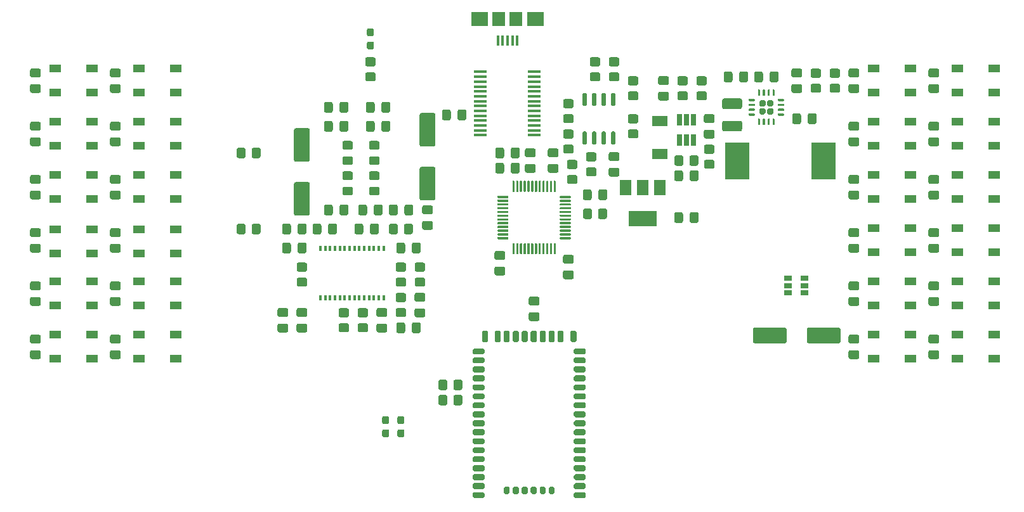
<source format=gbr>
%TF.GenerationSoftware,KiCad,Pcbnew,(5.1.8)-1*%
%TF.CreationDate,2021-03-23T10:09:45+01:00*%
%TF.ProjectId,schema_v1,73636865-6d61-45f7-9631-2e6b69636164,rev?*%
%TF.SameCoordinates,Original*%
%TF.FileFunction,Paste,Top*%
%TF.FilePolarity,Positive*%
%FSLAX46Y46*%
G04 Gerber Fmt 4.6, Leading zero omitted, Abs format (unit mm)*
G04 Created by KiCad (PCBNEW (5.1.8)-1) date 2021-03-23 10:09:45*
%MOMM*%
%LPD*%
G01*
G04 APERTURE LIST*
%ADD10R,0.300000X0.750000*%
%ADD11R,0.650000X1.560000*%
%ADD12R,3.800000X2.000000*%
%ADD13R,1.500000X2.000000*%
%ADD14R,1.750000X0.450000*%
%ADD15R,1.060000X0.650000*%
%ADD16R,3.250000X5.000000*%
%ADD17R,0.400000X1.400000*%
%ADD18R,2.300000X1.900000*%
%ADD19R,1.800000X1.900000*%
%ADD20R,2.100000X1.400000*%
%ADD21R,1.500000X1.000000*%
G04 APERTURE END LIST*
%TO.C,U12*%
G36*
G01*
X181456000Y-66777500D02*
X181456000Y-66352500D01*
G75*
G02*
X181668500Y-66140000I212500J0D01*
G01*
X182093500Y-66140000D01*
G75*
G02*
X182306000Y-66352500I0J-212500D01*
G01*
X182306000Y-66777500D01*
G75*
G02*
X182093500Y-66990000I-212500J0D01*
G01*
X181668500Y-66990000D01*
G75*
G02*
X181456000Y-66777500I0J212500D01*
G01*
G37*
G36*
G01*
X181456000Y-65727500D02*
X181456000Y-65302500D01*
G75*
G02*
X181668500Y-65090000I212500J0D01*
G01*
X182093500Y-65090000D01*
G75*
G02*
X182306000Y-65302500I0J-212500D01*
G01*
X182306000Y-65727500D01*
G75*
G02*
X182093500Y-65940000I-212500J0D01*
G01*
X181668500Y-65940000D01*
G75*
G02*
X181456000Y-65727500I0J212500D01*
G01*
G37*
G36*
G01*
X180406000Y-66777500D02*
X180406000Y-66352500D01*
G75*
G02*
X180618500Y-66140000I212500J0D01*
G01*
X181043500Y-66140000D01*
G75*
G02*
X181256000Y-66352500I0J-212500D01*
G01*
X181256000Y-66777500D01*
G75*
G02*
X181043500Y-66990000I-212500J0D01*
G01*
X180618500Y-66990000D01*
G75*
G02*
X180406000Y-66777500I0J212500D01*
G01*
G37*
G36*
G01*
X180406000Y-65727500D02*
X180406000Y-65302500D01*
G75*
G02*
X180618500Y-65090000I212500J0D01*
G01*
X181043500Y-65090000D01*
G75*
G02*
X181256000Y-65302500I0J-212500D01*
G01*
X181256000Y-65727500D01*
G75*
G02*
X181043500Y-65940000I-212500J0D01*
G01*
X180618500Y-65940000D01*
G75*
G02*
X180406000Y-65727500I0J212500D01*
G01*
G37*
G36*
G01*
X180231000Y-64440000D02*
X180231000Y-63740000D01*
G75*
G02*
X180306000Y-63665000I75000J0D01*
G01*
X180456000Y-63665000D01*
G75*
G02*
X180531000Y-63740000I0J-75000D01*
G01*
X180531000Y-64440000D01*
G75*
G02*
X180456000Y-64515000I-75000J0D01*
G01*
X180306000Y-64515000D01*
G75*
G02*
X180231000Y-64440000I0J75000D01*
G01*
G37*
G36*
G01*
X180881000Y-64440000D02*
X180881000Y-63740000D01*
G75*
G02*
X180956000Y-63665000I75000J0D01*
G01*
X181106000Y-63665000D01*
G75*
G02*
X181181000Y-63740000I0J-75000D01*
G01*
X181181000Y-64440000D01*
G75*
G02*
X181106000Y-64515000I-75000J0D01*
G01*
X180956000Y-64515000D01*
G75*
G02*
X180881000Y-64440000I0J75000D01*
G01*
G37*
G36*
G01*
X181531000Y-64440000D02*
X181531000Y-63740000D01*
G75*
G02*
X181606000Y-63665000I75000J0D01*
G01*
X181756000Y-63665000D01*
G75*
G02*
X181831000Y-63740000I0J-75000D01*
G01*
X181831000Y-64440000D01*
G75*
G02*
X181756000Y-64515000I-75000J0D01*
G01*
X181606000Y-64515000D01*
G75*
G02*
X181531000Y-64440000I0J75000D01*
G01*
G37*
G36*
G01*
X182181000Y-64440000D02*
X182181000Y-63740000D01*
G75*
G02*
X182256000Y-63665000I75000J0D01*
G01*
X182406000Y-63665000D01*
G75*
G02*
X182481000Y-63740000I0J-75000D01*
G01*
X182481000Y-64440000D01*
G75*
G02*
X182406000Y-64515000I-75000J0D01*
G01*
X182256000Y-64515000D01*
G75*
G02*
X182181000Y-64440000I0J75000D01*
G01*
G37*
G36*
G01*
X182881000Y-65140000D02*
X182881000Y-64990000D01*
G75*
G02*
X182956000Y-64915000I75000J0D01*
G01*
X183656000Y-64915000D01*
G75*
G02*
X183731000Y-64990000I0J-75000D01*
G01*
X183731000Y-65140000D01*
G75*
G02*
X183656000Y-65215000I-75000J0D01*
G01*
X182956000Y-65215000D01*
G75*
G02*
X182881000Y-65140000I0J75000D01*
G01*
G37*
G36*
G01*
X182881000Y-65790000D02*
X182881000Y-65640000D01*
G75*
G02*
X182956000Y-65565000I75000J0D01*
G01*
X183656000Y-65565000D01*
G75*
G02*
X183731000Y-65640000I0J-75000D01*
G01*
X183731000Y-65790000D01*
G75*
G02*
X183656000Y-65865000I-75000J0D01*
G01*
X182956000Y-65865000D01*
G75*
G02*
X182881000Y-65790000I0J75000D01*
G01*
G37*
G36*
G01*
X182881000Y-66440000D02*
X182881000Y-66290000D01*
G75*
G02*
X182956000Y-66215000I75000J0D01*
G01*
X183656000Y-66215000D01*
G75*
G02*
X183731000Y-66290000I0J-75000D01*
G01*
X183731000Y-66440000D01*
G75*
G02*
X183656000Y-66515000I-75000J0D01*
G01*
X182956000Y-66515000D01*
G75*
G02*
X182881000Y-66440000I0J75000D01*
G01*
G37*
G36*
G01*
X182881000Y-67090000D02*
X182881000Y-66940000D01*
G75*
G02*
X182956000Y-66865000I75000J0D01*
G01*
X183656000Y-66865000D01*
G75*
G02*
X183731000Y-66940000I0J-75000D01*
G01*
X183731000Y-67090000D01*
G75*
G02*
X183656000Y-67165000I-75000J0D01*
G01*
X182956000Y-67165000D01*
G75*
G02*
X182881000Y-67090000I0J75000D01*
G01*
G37*
G36*
G01*
X182181000Y-68340000D02*
X182181000Y-67640000D01*
G75*
G02*
X182256000Y-67565000I75000J0D01*
G01*
X182406000Y-67565000D01*
G75*
G02*
X182481000Y-67640000I0J-75000D01*
G01*
X182481000Y-68340000D01*
G75*
G02*
X182406000Y-68415000I-75000J0D01*
G01*
X182256000Y-68415000D01*
G75*
G02*
X182181000Y-68340000I0J75000D01*
G01*
G37*
G36*
G01*
X181531000Y-68340000D02*
X181531000Y-67640000D01*
G75*
G02*
X181606000Y-67565000I75000J0D01*
G01*
X181756000Y-67565000D01*
G75*
G02*
X181831000Y-67640000I0J-75000D01*
G01*
X181831000Y-68340000D01*
G75*
G02*
X181756000Y-68415000I-75000J0D01*
G01*
X181606000Y-68415000D01*
G75*
G02*
X181531000Y-68340000I0J75000D01*
G01*
G37*
G36*
G01*
X180881000Y-68340000D02*
X180881000Y-67640000D01*
G75*
G02*
X180956000Y-67565000I75000J0D01*
G01*
X181106000Y-67565000D01*
G75*
G02*
X181181000Y-67640000I0J-75000D01*
G01*
X181181000Y-68340000D01*
G75*
G02*
X181106000Y-68415000I-75000J0D01*
G01*
X180956000Y-68415000D01*
G75*
G02*
X180881000Y-68340000I0J75000D01*
G01*
G37*
G36*
G01*
X180231000Y-68340000D02*
X180231000Y-67640000D01*
G75*
G02*
X180306000Y-67565000I75000J0D01*
G01*
X180456000Y-67565000D01*
G75*
G02*
X180531000Y-67640000I0J-75000D01*
G01*
X180531000Y-68340000D01*
G75*
G02*
X180456000Y-68415000I-75000J0D01*
G01*
X180306000Y-68415000D01*
G75*
G02*
X180231000Y-68340000I0J75000D01*
G01*
G37*
G36*
G01*
X178981000Y-67090000D02*
X178981000Y-66940000D01*
G75*
G02*
X179056000Y-66865000I75000J0D01*
G01*
X179756000Y-66865000D01*
G75*
G02*
X179831000Y-66940000I0J-75000D01*
G01*
X179831000Y-67090000D01*
G75*
G02*
X179756000Y-67165000I-75000J0D01*
G01*
X179056000Y-67165000D01*
G75*
G02*
X178981000Y-67090000I0J75000D01*
G01*
G37*
G36*
G01*
X178981000Y-66440000D02*
X178981000Y-66290000D01*
G75*
G02*
X179056000Y-66215000I75000J0D01*
G01*
X179756000Y-66215000D01*
G75*
G02*
X179831000Y-66290000I0J-75000D01*
G01*
X179831000Y-66440000D01*
G75*
G02*
X179756000Y-66515000I-75000J0D01*
G01*
X179056000Y-66515000D01*
G75*
G02*
X178981000Y-66440000I0J75000D01*
G01*
G37*
G36*
G01*
X178981000Y-65790000D02*
X178981000Y-65640000D01*
G75*
G02*
X179056000Y-65565000I75000J0D01*
G01*
X179756000Y-65565000D01*
G75*
G02*
X179831000Y-65640000I0J-75000D01*
G01*
X179831000Y-65790000D01*
G75*
G02*
X179756000Y-65865000I-75000J0D01*
G01*
X179056000Y-65865000D01*
G75*
G02*
X178981000Y-65790000I0J75000D01*
G01*
G37*
G36*
G01*
X178981000Y-65140000D02*
X178981000Y-64990000D01*
G75*
G02*
X179056000Y-64915000I75000J0D01*
G01*
X179756000Y-64915000D01*
G75*
G02*
X179831000Y-64990000I0J-75000D01*
G01*
X179831000Y-65140000D01*
G75*
G02*
X179756000Y-65215000I-75000J0D01*
G01*
X179056000Y-65215000D01*
G75*
G02*
X178981000Y-65140000I0J75000D01*
G01*
G37*
%TD*%
D10*
%TO.C,U11*%
X124440000Y-84856000D03*
X123140000Y-84856000D03*
X123790000Y-84856000D03*
X125090000Y-84856000D03*
X125740000Y-84856000D03*
X126390000Y-84856000D03*
X122490000Y-84856000D03*
X127690000Y-84856000D03*
X127040000Y-84856000D03*
X128340000Y-84856000D03*
X130290000Y-84856000D03*
X128990000Y-84856000D03*
X129640000Y-84856000D03*
X121840000Y-84856000D03*
X130290000Y-91456000D03*
X129640000Y-91456000D03*
X128990000Y-91456000D03*
X128340000Y-91456000D03*
X127690000Y-91456000D03*
X127040000Y-91456000D03*
X126390000Y-91456000D03*
X125740000Y-91456000D03*
X125090000Y-91456000D03*
X124440000Y-91456000D03*
X123790000Y-91456000D03*
X123140000Y-91456000D03*
X122490000Y-91456000D03*
X121840000Y-91456000D03*
%TD*%
D11*
%TO.C,U7*%
X170688000Y-67738000D03*
X169738000Y-67738000D03*
X171638000Y-67738000D03*
X171638000Y-70438000D03*
X170688000Y-70438000D03*
X169738000Y-70438000D03*
%TD*%
D12*
%TO.C,U6*%
X164848000Y-80899000D03*
D13*
X162548000Y-76788000D03*
X164848000Y-76788000D03*
X167148000Y-76788000D03*
%TD*%
D14*
%TO.C,U5*%
X143212000Y-69757000D03*
X143212000Y-69107000D03*
X143212000Y-68457000D03*
X143212000Y-67807000D03*
X143212000Y-67157000D03*
X143212000Y-66507000D03*
X143212000Y-65857000D03*
X143212000Y-65207000D03*
X143212000Y-64557000D03*
X143212000Y-63907000D03*
X143212000Y-63257000D03*
X143212000Y-62607000D03*
X143212000Y-61957000D03*
X143212000Y-61307000D03*
X150412000Y-61307000D03*
X150412000Y-61957000D03*
X150412000Y-62607000D03*
X150412000Y-63257000D03*
X150412000Y-63907000D03*
X150412000Y-64557000D03*
X150412000Y-65207000D03*
X150412000Y-65857000D03*
X150412000Y-66507000D03*
X150412000Y-67157000D03*
X150412000Y-67807000D03*
X150412000Y-68457000D03*
X150412000Y-69107000D03*
X150412000Y-69757000D03*
%TD*%
%TO.C,U4*%
G36*
G01*
X153868000Y-77872000D02*
X155193000Y-77872000D01*
G75*
G02*
X155268000Y-77947000I0J-75000D01*
G01*
X155268000Y-78097000D01*
G75*
G02*
X155193000Y-78172000I-75000J0D01*
G01*
X153868000Y-78172000D01*
G75*
G02*
X153793000Y-78097000I0J75000D01*
G01*
X153793000Y-77947000D01*
G75*
G02*
X153868000Y-77872000I75000J0D01*
G01*
G37*
G36*
G01*
X153868000Y-78372000D02*
X155193000Y-78372000D01*
G75*
G02*
X155268000Y-78447000I0J-75000D01*
G01*
X155268000Y-78597000D01*
G75*
G02*
X155193000Y-78672000I-75000J0D01*
G01*
X153868000Y-78672000D01*
G75*
G02*
X153793000Y-78597000I0J75000D01*
G01*
X153793000Y-78447000D01*
G75*
G02*
X153868000Y-78372000I75000J0D01*
G01*
G37*
G36*
G01*
X153868000Y-78872000D02*
X155193000Y-78872000D01*
G75*
G02*
X155268000Y-78947000I0J-75000D01*
G01*
X155268000Y-79097000D01*
G75*
G02*
X155193000Y-79172000I-75000J0D01*
G01*
X153868000Y-79172000D01*
G75*
G02*
X153793000Y-79097000I0J75000D01*
G01*
X153793000Y-78947000D01*
G75*
G02*
X153868000Y-78872000I75000J0D01*
G01*
G37*
G36*
G01*
X153868000Y-79372000D02*
X155193000Y-79372000D01*
G75*
G02*
X155268000Y-79447000I0J-75000D01*
G01*
X155268000Y-79597000D01*
G75*
G02*
X155193000Y-79672000I-75000J0D01*
G01*
X153868000Y-79672000D01*
G75*
G02*
X153793000Y-79597000I0J75000D01*
G01*
X153793000Y-79447000D01*
G75*
G02*
X153868000Y-79372000I75000J0D01*
G01*
G37*
G36*
G01*
X153868000Y-79872000D02*
X155193000Y-79872000D01*
G75*
G02*
X155268000Y-79947000I0J-75000D01*
G01*
X155268000Y-80097000D01*
G75*
G02*
X155193000Y-80172000I-75000J0D01*
G01*
X153868000Y-80172000D01*
G75*
G02*
X153793000Y-80097000I0J75000D01*
G01*
X153793000Y-79947000D01*
G75*
G02*
X153868000Y-79872000I75000J0D01*
G01*
G37*
G36*
G01*
X153868000Y-80372000D02*
X155193000Y-80372000D01*
G75*
G02*
X155268000Y-80447000I0J-75000D01*
G01*
X155268000Y-80597000D01*
G75*
G02*
X155193000Y-80672000I-75000J0D01*
G01*
X153868000Y-80672000D01*
G75*
G02*
X153793000Y-80597000I0J75000D01*
G01*
X153793000Y-80447000D01*
G75*
G02*
X153868000Y-80372000I75000J0D01*
G01*
G37*
G36*
G01*
X153868000Y-80872000D02*
X155193000Y-80872000D01*
G75*
G02*
X155268000Y-80947000I0J-75000D01*
G01*
X155268000Y-81097000D01*
G75*
G02*
X155193000Y-81172000I-75000J0D01*
G01*
X153868000Y-81172000D01*
G75*
G02*
X153793000Y-81097000I0J75000D01*
G01*
X153793000Y-80947000D01*
G75*
G02*
X153868000Y-80872000I75000J0D01*
G01*
G37*
G36*
G01*
X153868000Y-81372000D02*
X155193000Y-81372000D01*
G75*
G02*
X155268000Y-81447000I0J-75000D01*
G01*
X155268000Y-81597000D01*
G75*
G02*
X155193000Y-81672000I-75000J0D01*
G01*
X153868000Y-81672000D01*
G75*
G02*
X153793000Y-81597000I0J75000D01*
G01*
X153793000Y-81447000D01*
G75*
G02*
X153868000Y-81372000I75000J0D01*
G01*
G37*
G36*
G01*
X153868000Y-81872000D02*
X155193000Y-81872000D01*
G75*
G02*
X155268000Y-81947000I0J-75000D01*
G01*
X155268000Y-82097000D01*
G75*
G02*
X155193000Y-82172000I-75000J0D01*
G01*
X153868000Y-82172000D01*
G75*
G02*
X153793000Y-82097000I0J75000D01*
G01*
X153793000Y-81947000D01*
G75*
G02*
X153868000Y-81872000I75000J0D01*
G01*
G37*
G36*
G01*
X153868000Y-82372000D02*
X155193000Y-82372000D01*
G75*
G02*
X155268000Y-82447000I0J-75000D01*
G01*
X155268000Y-82597000D01*
G75*
G02*
X155193000Y-82672000I-75000J0D01*
G01*
X153868000Y-82672000D01*
G75*
G02*
X153793000Y-82597000I0J75000D01*
G01*
X153793000Y-82447000D01*
G75*
G02*
X153868000Y-82372000I75000J0D01*
G01*
G37*
G36*
G01*
X153868000Y-82872000D02*
X155193000Y-82872000D01*
G75*
G02*
X155268000Y-82947000I0J-75000D01*
G01*
X155268000Y-83097000D01*
G75*
G02*
X155193000Y-83172000I-75000J0D01*
G01*
X153868000Y-83172000D01*
G75*
G02*
X153793000Y-83097000I0J75000D01*
G01*
X153793000Y-82947000D01*
G75*
G02*
X153868000Y-82872000I75000J0D01*
G01*
G37*
G36*
G01*
X153868000Y-83372000D02*
X155193000Y-83372000D01*
G75*
G02*
X155268000Y-83447000I0J-75000D01*
G01*
X155268000Y-83597000D01*
G75*
G02*
X155193000Y-83672000I-75000J0D01*
G01*
X153868000Y-83672000D01*
G75*
G02*
X153793000Y-83597000I0J75000D01*
G01*
X153793000Y-83447000D01*
G75*
G02*
X153868000Y-83372000I75000J0D01*
G01*
G37*
G36*
G01*
X153043000Y-84197000D02*
X153193000Y-84197000D01*
G75*
G02*
X153268000Y-84272000I0J-75000D01*
G01*
X153268000Y-85597000D01*
G75*
G02*
X153193000Y-85672000I-75000J0D01*
G01*
X153043000Y-85672000D01*
G75*
G02*
X152968000Y-85597000I0J75000D01*
G01*
X152968000Y-84272000D01*
G75*
G02*
X153043000Y-84197000I75000J0D01*
G01*
G37*
G36*
G01*
X152543000Y-84197000D02*
X152693000Y-84197000D01*
G75*
G02*
X152768000Y-84272000I0J-75000D01*
G01*
X152768000Y-85597000D01*
G75*
G02*
X152693000Y-85672000I-75000J0D01*
G01*
X152543000Y-85672000D01*
G75*
G02*
X152468000Y-85597000I0J75000D01*
G01*
X152468000Y-84272000D01*
G75*
G02*
X152543000Y-84197000I75000J0D01*
G01*
G37*
G36*
G01*
X152043000Y-84197000D02*
X152193000Y-84197000D01*
G75*
G02*
X152268000Y-84272000I0J-75000D01*
G01*
X152268000Y-85597000D01*
G75*
G02*
X152193000Y-85672000I-75000J0D01*
G01*
X152043000Y-85672000D01*
G75*
G02*
X151968000Y-85597000I0J75000D01*
G01*
X151968000Y-84272000D01*
G75*
G02*
X152043000Y-84197000I75000J0D01*
G01*
G37*
G36*
G01*
X151543000Y-84197000D02*
X151693000Y-84197000D01*
G75*
G02*
X151768000Y-84272000I0J-75000D01*
G01*
X151768000Y-85597000D01*
G75*
G02*
X151693000Y-85672000I-75000J0D01*
G01*
X151543000Y-85672000D01*
G75*
G02*
X151468000Y-85597000I0J75000D01*
G01*
X151468000Y-84272000D01*
G75*
G02*
X151543000Y-84197000I75000J0D01*
G01*
G37*
G36*
G01*
X151043000Y-84197000D02*
X151193000Y-84197000D01*
G75*
G02*
X151268000Y-84272000I0J-75000D01*
G01*
X151268000Y-85597000D01*
G75*
G02*
X151193000Y-85672000I-75000J0D01*
G01*
X151043000Y-85672000D01*
G75*
G02*
X150968000Y-85597000I0J75000D01*
G01*
X150968000Y-84272000D01*
G75*
G02*
X151043000Y-84197000I75000J0D01*
G01*
G37*
G36*
G01*
X150543000Y-84197000D02*
X150693000Y-84197000D01*
G75*
G02*
X150768000Y-84272000I0J-75000D01*
G01*
X150768000Y-85597000D01*
G75*
G02*
X150693000Y-85672000I-75000J0D01*
G01*
X150543000Y-85672000D01*
G75*
G02*
X150468000Y-85597000I0J75000D01*
G01*
X150468000Y-84272000D01*
G75*
G02*
X150543000Y-84197000I75000J0D01*
G01*
G37*
G36*
G01*
X150043000Y-84197000D02*
X150193000Y-84197000D01*
G75*
G02*
X150268000Y-84272000I0J-75000D01*
G01*
X150268000Y-85597000D01*
G75*
G02*
X150193000Y-85672000I-75000J0D01*
G01*
X150043000Y-85672000D01*
G75*
G02*
X149968000Y-85597000I0J75000D01*
G01*
X149968000Y-84272000D01*
G75*
G02*
X150043000Y-84197000I75000J0D01*
G01*
G37*
G36*
G01*
X149543000Y-84197000D02*
X149693000Y-84197000D01*
G75*
G02*
X149768000Y-84272000I0J-75000D01*
G01*
X149768000Y-85597000D01*
G75*
G02*
X149693000Y-85672000I-75000J0D01*
G01*
X149543000Y-85672000D01*
G75*
G02*
X149468000Y-85597000I0J75000D01*
G01*
X149468000Y-84272000D01*
G75*
G02*
X149543000Y-84197000I75000J0D01*
G01*
G37*
G36*
G01*
X149043000Y-84197000D02*
X149193000Y-84197000D01*
G75*
G02*
X149268000Y-84272000I0J-75000D01*
G01*
X149268000Y-85597000D01*
G75*
G02*
X149193000Y-85672000I-75000J0D01*
G01*
X149043000Y-85672000D01*
G75*
G02*
X148968000Y-85597000I0J75000D01*
G01*
X148968000Y-84272000D01*
G75*
G02*
X149043000Y-84197000I75000J0D01*
G01*
G37*
G36*
G01*
X148543000Y-84197000D02*
X148693000Y-84197000D01*
G75*
G02*
X148768000Y-84272000I0J-75000D01*
G01*
X148768000Y-85597000D01*
G75*
G02*
X148693000Y-85672000I-75000J0D01*
G01*
X148543000Y-85672000D01*
G75*
G02*
X148468000Y-85597000I0J75000D01*
G01*
X148468000Y-84272000D01*
G75*
G02*
X148543000Y-84197000I75000J0D01*
G01*
G37*
G36*
G01*
X148043000Y-84197000D02*
X148193000Y-84197000D01*
G75*
G02*
X148268000Y-84272000I0J-75000D01*
G01*
X148268000Y-85597000D01*
G75*
G02*
X148193000Y-85672000I-75000J0D01*
G01*
X148043000Y-85672000D01*
G75*
G02*
X147968000Y-85597000I0J75000D01*
G01*
X147968000Y-84272000D01*
G75*
G02*
X148043000Y-84197000I75000J0D01*
G01*
G37*
G36*
G01*
X147543000Y-84197000D02*
X147693000Y-84197000D01*
G75*
G02*
X147768000Y-84272000I0J-75000D01*
G01*
X147768000Y-85597000D01*
G75*
G02*
X147693000Y-85672000I-75000J0D01*
G01*
X147543000Y-85672000D01*
G75*
G02*
X147468000Y-85597000I0J75000D01*
G01*
X147468000Y-84272000D01*
G75*
G02*
X147543000Y-84197000I75000J0D01*
G01*
G37*
G36*
G01*
X145543000Y-83372000D02*
X146868000Y-83372000D01*
G75*
G02*
X146943000Y-83447000I0J-75000D01*
G01*
X146943000Y-83597000D01*
G75*
G02*
X146868000Y-83672000I-75000J0D01*
G01*
X145543000Y-83672000D01*
G75*
G02*
X145468000Y-83597000I0J75000D01*
G01*
X145468000Y-83447000D01*
G75*
G02*
X145543000Y-83372000I75000J0D01*
G01*
G37*
G36*
G01*
X145543000Y-82872000D02*
X146868000Y-82872000D01*
G75*
G02*
X146943000Y-82947000I0J-75000D01*
G01*
X146943000Y-83097000D01*
G75*
G02*
X146868000Y-83172000I-75000J0D01*
G01*
X145543000Y-83172000D01*
G75*
G02*
X145468000Y-83097000I0J75000D01*
G01*
X145468000Y-82947000D01*
G75*
G02*
X145543000Y-82872000I75000J0D01*
G01*
G37*
G36*
G01*
X145543000Y-82372000D02*
X146868000Y-82372000D01*
G75*
G02*
X146943000Y-82447000I0J-75000D01*
G01*
X146943000Y-82597000D01*
G75*
G02*
X146868000Y-82672000I-75000J0D01*
G01*
X145543000Y-82672000D01*
G75*
G02*
X145468000Y-82597000I0J75000D01*
G01*
X145468000Y-82447000D01*
G75*
G02*
X145543000Y-82372000I75000J0D01*
G01*
G37*
G36*
G01*
X145543000Y-81872000D02*
X146868000Y-81872000D01*
G75*
G02*
X146943000Y-81947000I0J-75000D01*
G01*
X146943000Y-82097000D01*
G75*
G02*
X146868000Y-82172000I-75000J0D01*
G01*
X145543000Y-82172000D01*
G75*
G02*
X145468000Y-82097000I0J75000D01*
G01*
X145468000Y-81947000D01*
G75*
G02*
X145543000Y-81872000I75000J0D01*
G01*
G37*
G36*
G01*
X145543000Y-81372000D02*
X146868000Y-81372000D01*
G75*
G02*
X146943000Y-81447000I0J-75000D01*
G01*
X146943000Y-81597000D01*
G75*
G02*
X146868000Y-81672000I-75000J0D01*
G01*
X145543000Y-81672000D01*
G75*
G02*
X145468000Y-81597000I0J75000D01*
G01*
X145468000Y-81447000D01*
G75*
G02*
X145543000Y-81372000I75000J0D01*
G01*
G37*
G36*
G01*
X145543000Y-80872000D02*
X146868000Y-80872000D01*
G75*
G02*
X146943000Y-80947000I0J-75000D01*
G01*
X146943000Y-81097000D01*
G75*
G02*
X146868000Y-81172000I-75000J0D01*
G01*
X145543000Y-81172000D01*
G75*
G02*
X145468000Y-81097000I0J75000D01*
G01*
X145468000Y-80947000D01*
G75*
G02*
X145543000Y-80872000I75000J0D01*
G01*
G37*
G36*
G01*
X145543000Y-80372000D02*
X146868000Y-80372000D01*
G75*
G02*
X146943000Y-80447000I0J-75000D01*
G01*
X146943000Y-80597000D01*
G75*
G02*
X146868000Y-80672000I-75000J0D01*
G01*
X145543000Y-80672000D01*
G75*
G02*
X145468000Y-80597000I0J75000D01*
G01*
X145468000Y-80447000D01*
G75*
G02*
X145543000Y-80372000I75000J0D01*
G01*
G37*
G36*
G01*
X145543000Y-79872000D02*
X146868000Y-79872000D01*
G75*
G02*
X146943000Y-79947000I0J-75000D01*
G01*
X146943000Y-80097000D01*
G75*
G02*
X146868000Y-80172000I-75000J0D01*
G01*
X145543000Y-80172000D01*
G75*
G02*
X145468000Y-80097000I0J75000D01*
G01*
X145468000Y-79947000D01*
G75*
G02*
X145543000Y-79872000I75000J0D01*
G01*
G37*
G36*
G01*
X145543000Y-79372000D02*
X146868000Y-79372000D01*
G75*
G02*
X146943000Y-79447000I0J-75000D01*
G01*
X146943000Y-79597000D01*
G75*
G02*
X146868000Y-79672000I-75000J0D01*
G01*
X145543000Y-79672000D01*
G75*
G02*
X145468000Y-79597000I0J75000D01*
G01*
X145468000Y-79447000D01*
G75*
G02*
X145543000Y-79372000I75000J0D01*
G01*
G37*
G36*
G01*
X145543000Y-78872000D02*
X146868000Y-78872000D01*
G75*
G02*
X146943000Y-78947000I0J-75000D01*
G01*
X146943000Y-79097000D01*
G75*
G02*
X146868000Y-79172000I-75000J0D01*
G01*
X145543000Y-79172000D01*
G75*
G02*
X145468000Y-79097000I0J75000D01*
G01*
X145468000Y-78947000D01*
G75*
G02*
X145543000Y-78872000I75000J0D01*
G01*
G37*
G36*
G01*
X145543000Y-78372000D02*
X146868000Y-78372000D01*
G75*
G02*
X146943000Y-78447000I0J-75000D01*
G01*
X146943000Y-78597000D01*
G75*
G02*
X146868000Y-78672000I-75000J0D01*
G01*
X145543000Y-78672000D01*
G75*
G02*
X145468000Y-78597000I0J75000D01*
G01*
X145468000Y-78447000D01*
G75*
G02*
X145543000Y-78372000I75000J0D01*
G01*
G37*
G36*
G01*
X145543000Y-77872000D02*
X146868000Y-77872000D01*
G75*
G02*
X146943000Y-77947000I0J-75000D01*
G01*
X146943000Y-78097000D01*
G75*
G02*
X146868000Y-78172000I-75000J0D01*
G01*
X145543000Y-78172000D01*
G75*
G02*
X145468000Y-78097000I0J75000D01*
G01*
X145468000Y-77947000D01*
G75*
G02*
X145543000Y-77872000I75000J0D01*
G01*
G37*
G36*
G01*
X147543000Y-75872000D02*
X147693000Y-75872000D01*
G75*
G02*
X147768000Y-75947000I0J-75000D01*
G01*
X147768000Y-77272000D01*
G75*
G02*
X147693000Y-77347000I-75000J0D01*
G01*
X147543000Y-77347000D01*
G75*
G02*
X147468000Y-77272000I0J75000D01*
G01*
X147468000Y-75947000D01*
G75*
G02*
X147543000Y-75872000I75000J0D01*
G01*
G37*
G36*
G01*
X148043000Y-75872000D02*
X148193000Y-75872000D01*
G75*
G02*
X148268000Y-75947000I0J-75000D01*
G01*
X148268000Y-77272000D01*
G75*
G02*
X148193000Y-77347000I-75000J0D01*
G01*
X148043000Y-77347000D01*
G75*
G02*
X147968000Y-77272000I0J75000D01*
G01*
X147968000Y-75947000D01*
G75*
G02*
X148043000Y-75872000I75000J0D01*
G01*
G37*
G36*
G01*
X148543000Y-75872000D02*
X148693000Y-75872000D01*
G75*
G02*
X148768000Y-75947000I0J-75000D01*
G01*
X148768000Y-77272000D01*
G75*
G02*
X148693000Y-77347000I-75000J0D01*
G01*
X148543000Y-77347000D01*
G75*
G02*
X148468000Y-77272000I0J75000D01*
G01*
X148468000Y-75947000D01*
G75*
G02*
X148543000Y-75872000I75000J0D01*
G01*
G37*
G36*
G01*
X149043000Y-75872000D02*
X149193000Y-75872000D01*
G75*
G02*
X149268000Y-75947000I0J-75000D01*
G01*
X149268000Y-77272000D01*
G75*
G02*
X149193000Y-77347000I-75000J0D01*
G01*
X149043000Y-77347000D01*
G75*
G02*
X148968000Y-77272000I0J75000D01*
G01*
X148968000Y-75947000D01*
G75*
G02*
X149043000Y-75872000I75000J0D01*
G01*
G37*
G36*
G01*
X149543000Y-75872000D02*
X149693000Y-75872000D01*
G75*
G02*
X149768000Y-75947000I0J-75000D01*
G01*
X149768000Y-77272000D01*
G75*
G02*
X149693000Y-77347000I-75000J0D01*
G01*
X149543000Y-77347000D01*
G75*
G02*
X149468000Y-77272000I0J75000D01*
G01*
X149468000Y-75947000D01*
G75*
G02*
X149543000Y-75872000I75000J0D01*
G01*
G37*
G36*
G01*
X150043000Y-75872000D02*
X150193000Y-75872000D01*
G75*
G02*
X150268000Y-75947000I0J-75000D01*
G01*
X150268000Y-77272000D01*
G75*
G02*
X150193000Y-77347000I-75000J0D01*
G01*
X150043000Y-77347000D01*
G75*
G02*
X149968000Y-77272000I0J75000D01*
G01*
X149968000Y-75947000D01*
G75*
G02*
X150043000Y-75872000I75000J0D01*
G01*
G37*
G36*
G01*
X150543000Y-75872000D02*
X150693000Y-75872000D01*
G75*
G02*
X150768000Y-75947000I0J-75000D01*
G01*
X150768000Y-77272000D01*
G75*
G02*
X150693000Y-77347000I-75000J0D01*
G01*
X150543000Y-77347000D01*
G75*
G02*
X150468000Y-77272000I0J75000D01*
G01*
X150468000Y-75947000D01*
G75*
G02*
X150543000Y-75872000I75000J0D01*
G01*
G37*
G36*
G01*
X151043000Y-75872000D02*
X151193000Y-75872000D01*
G75*
G02*
X151268000Y-75947000I0J-75000D01*
G01*
X151268000Y-77272000D01*
G75*
G02*
X151193000Y-77347000I-75000J0D01*
G01*
X151043000Y-77347000D01*
G75*
G02*
X150968000Y-77272000I0J75000D01*
G01*
X150968000Y-75947000D01*
G75*
G02*
X151043000Y-75872000I75000J0D01*
G01*
G37*
G36*
G01*
X151543000Y-75872000D02*
X151693000Y-75872000D01*
G75*
G02*
X151768000Y-75947000I0J-75000D01*
G01*
X151768000Y-77272000D01*
G75*
G02*
X151693000Y-77347000I-75000J0D01*
G01*
X151543000Y-77347000D01*
G75*
G02*
X151468000Y-77272000I0J75000D01*
G01*
X151468000Y-75947000D01*
G75*
G02*
X151543000Y-75872000I75000J0D01*
G01*
G37*
G36*
G01*
X152043000Y-75872000D02*
X152193000Y-75872000D01*
G75*
G02*
X152268000Y-75947000I0J-75000D01*
G01*
X152268000Y-77272000D01*
G75*
G02*
X152193000Y-77347000I-75000J0D01*
G01*
X152043000Y-77347000D01*
G75*
G02*
X151968000Y-77272000I0J75000D01*
G01*
X151968000Y-75947000D01*
G75*
G02*
X152043000Y-75872000I75000J0D01*
G01*
G37*
G36*
G01*
X152543000Y-75872000D02*
X152693000Y-75872000D01*
G75*
G02*
X152768000Y-75947000I0J-75000D01*
G01*
X152768000Y-77272000D01*
G75*
G02*
X152693000Y-77347000I-75000J0D01*
G01*
X152543000Y-77347000D01*
G75*
G02*
X152468000Y-77272000I0J75000D01*
G01*
X152468000Y-75947000D01*
G75*
G02*
X152543000Y-75872000I75000J0D01*
G01*
G37*
G36*
G01*
X153043000Y-75872000D02*
X153193000Y-75872000D01*
G75*
G02*
X153268000Y-75947000I0J-75000D01*
G01*
X153268000Y-77272000D01*
G75*
G02*
X153193000Y-77347000I-75000J0D01*
G01*
X153043000Y-77347000D01*
G75*
G02*
X152968000Y-77272000I0J75000D01*
G01*
X152968000Y-75947000D01*
G75*
G02*
X153043000Y-75872000I75000J0D01*
G01*
G37*
%TD*%
%TO.C,U3*%
G36*
G01*
X157264000Y-117656000D02*
X157264000Y-118056000D01*
G75*
G02*
X157064000Y-118256000I-200000J0D01*
G01*
X155864000Y-118256000D01*
G75*
G02*
X155664000Y-118056000I0J200000D01*
G01*
X155664000Y-117656000D01*
G75*
G02*
X155864000Y-117456000I200000J0D01*
G01*
X157064000Y-117456000D01*
G75*
G02*
X157264000Y-117656000I0J-200000D01*
G01*
G37*
G36*
G01*
X157264000Y-116456000D02*
X157264000Y-116856000D01*
G75*
G02*
X157064000Y-117056000I-200000J0D01*
G01*
X155864000Y-117056000D01*
G75*
G02*
X155664000Y-116856000I0J200000D01*
G01*
X155664000Y-116456000D01*
G75*
G02*
X155864000Y-116256000I200000J0D01*
G01*
X157064000Y-116256000D01*
G75*
G02*
X157264000Y-116456000I0J-200000D01*
G01*
G37*
G36*
G01*
X157264000Y-115256000D02*
X157264000Y-115656000D01*
G75*
G02*
X157064000Y-115856000I-200000J0D01*
G01*
X155864000Y-115856000D01*
G75*
G02*
X155664000Y-115656000I0J200000D01*
G01*
X155664000Y-115256000D01*
G75*
G02*
X155864000Y-115056000I200000J0D01*
G01*
X157064000Y-115056000D01*
G75*
G02*
X157264000Y-115256000I0J-200000D01*
G01*
G37*
G36*
G01*
X157264000Y-114056000D02*
X157264000Y-114456000D01*
G75*
G02*
X157064000Y-114656000I-200000J0D01*
G01*
X155864000Y-114656000D01*
G75*
G02*
X155664000Y-114456000I0J200000D01*
G01*
X155664000Y-114056000D01*
G75*
G02*
X155864000Y-113856000I200000J0D01*
G01*
X157064000Y-113856000D01*
G75*
G02*
X157264000Y-114056000I0J-200000D01*
G01*
G37*
G36*
G01*
X157264000Y-112856000D02*
X157264000Y-113256000D01*
G75*
G02*
X157064000Y-113456000I-200000J0D01*
G01*
X155864000Y-113456000D01*
G75*
G02*
X155664000Y-113256000I0J200000D01*
G01*
X155664000Y-112856000D01*
G75*
G02*
X155864000Y-112656000I200000J0D01*
G01*
X157064000Y-112656000D01*
G75*
G02*
X157264000Y-112856000I0J-200000D01*
G01*
G37*
G36*
G01*
X157264000Y-111656000D02*
X157264000Y-112056000D01*
G75*
G02*
X157064000Y-112256000I-200000J0D01*
G01*
X155864000Y-112256000D01*
G75*
G02*
X155664000Y-112056000I0J200000D01*
G01*
X155664000Y-111656000D01*
G75*
G02*
X155864000Y-111456000I200000J0D01*
G01*
X157064000Y-111456000D01*
G75*
G02*
X157264000Y-111656000I0J-200000D01*
G01*
G37*
G36*
G01*
X157264000Y-110456000D02*
X157264000Y-110856000D01*
G75*
G02*
X157064000Y-111056000I-200000J0D01*
G01*
X155864000Y-111056000D01*
G75*
G02*
X155664000Y-110856000I0J200000D01*
G01*
X155664000Y-110456000D01*
G75*
G02*
X155864000Y-110256000I200000J0D01*
G01*
X157064000Y-110256000D01*
G75*
G02*
X157264000Y-110456000I0J-200000D01*
G01*
G37*
G36*
G01*
X157264000Y-109256000D02*
X157264000Y-109656000D01*
G75*
G02*
X157064000Y-109856000I-200000J0D01*
G01*
X155864000Y-109856000D01*
G75*
G02*
X155664000Y-109656000I0J200000D01*
G01*
X155664000Y-109256000D01*
G75*
G02*
X155864000Y-109056000I200000J0D01*
G01*
X157064000Y-109056000D01*
G75*
G02*
X157264000Y-109256000I0J-200000D01*
G01*
G37*
G36*
G01*
X157264000Y-108056000D02*
X157264000Y-108456000D01*
G75*
G02*
X157064000Y-108656000I-200000J0D01*
G01*
X155864000Y-108656000D01*
G75*
G02*
X155664000Y-108456000I0J200000D01*
G01*
X155664000Y-108056000D01*
G75*
G02*
X155864000Y-107856000I200000J0D01*
G01*
X157064000Y-107856000D01*
G75*
G02*
X157264000Y-108056000I0J-200000D01*
G01*
G37*
G36*
G01*
X157264000Y-106856000D02*
X157264000Y-107256000D01*
G75*
G02*
X157064000Y-107456000I-200000J0D01*
G01*
X155864000Y-107456000D01*
G75*
G02*
X155664000Y-107256000I0J200000D01*
G01*
X155664000Y-106856000D01*
G75*
G02*
X155864000Y-106656000I200000J0D01*
G01*
X157064000Y-106656000D01*
G75*
G02*
X157264000Y-106856000I0J-200000D01*
G01*
G37*
G36*
G01*
X157264000Y-105656000D02*
X157264000Y-106056000D01*
G75*
G02*
X157064000Y-106256000I-200000J0D01*
G01*
X155864000Y-106256000D01*
G75*
G02*
X155664000Y-106056000I0J200000D01*
G01*
X155664000Y-105656000D01*
G75*
G02*
X155864000Y-105456000I200000J0D01*
G01*
X157064000Y-105456000D01*
G75*
G02*
X157264000Y-105656000I0J-200000D01*
G01*
G37*
G36*
G01*
X157264000Y-104456000D02*
X157264000Y-104856000D01*
G75*
G02*
X157064000Y-105056000I-200000J0D01*
G01*
X155864000Y-105056000D01*
G75*
G02*
X155664000Y-104856000I0J200000D01*
G01*
X155664000Y-104456000D01*
G75*
G02*
X155864000Y-104256000I200000J0D01*
G01*
X157064000Y-104256000D01*
G75*
G02*
X157264000Y-104456000I0J-200000D01*
G01*
G37*
G36*
G01*
X157264000Y-103256000D02*
X157264000Y-103656000D01*
G75*
G02*
X157064000Y-103856000I-200000J0D01*
G01*
X155864000Y-103856000D01*
G75*
G02*
X155664000Y-103656000I0J200000D01*
G01*
X155664000Y-103256000D01*
G75*
G02*
X155864000Y-103056000I200000J0D01*
G01*
X157064000Y-103056000D01*
G75*
G02*
X157264000Y-103256000I0J-200000D01*
G01*
G37*
G36*
G01*
X157264000Y-102056000D02*
X157264000Y-102456000D01*
G75*
G02*
X157064000Y-102656000I-200000J0D01*
G01*
X155864000Y-102656000D01*
G75*
G02*
X155664000Y-102456000I0J200000D01*
G01*
X155664000Y-102056000D01*
G75*
G02*
X155864000Y-101856000I200000J0D01*
G01*
X157064000Y-101856000D01*
G75*
G02*
X157264000Y-102056000I0J-200000D01*
G01*
G37*
G36*
G01*
X157264000Y-100856000D02*
X157264000Y-101256000D01*
G75*
G02*
X157064000Y-101456000I-200000J0D01*
G01*
X155864000Y-101456000D01*
G75*
G02*
X155664000Y-101256000I0J200000D01*
G01*
X155664000Y-100856000D01*
G75*
G02*
X155864000Y-100656000I200000J0D01*
G01*
X157064000Y-100656000D01*
G75*
G02*
X157264000Y-100856000I0J-200000D01*
G01*
G37*
G36*
G01*
X157264000Y-99656000D02*
X157264000Y-100056000D01*
G75*
G02*
X157064000Y-100256000I-200000J0D01*
G01*
X155864000Y-100256000D01*
G75*
G02*
X155664000Y-100056000I0J200000D01*
G01*
X155664000Y-99656000D01*
G75*
G02*
X155864000Y-99456000I200000J0D01*
G01*
X157064000Y-99456000D01*
G75*
G02*
X157264000Y-99656000I0J-200000D01*
G01*
G37*
G36*
G01*
X157264000Y-98456000D02*
X157264000Y-98856000D01*
G75*
G02*
X157064000Y-99056000I-200000J0D01*
G01*
X155864000Y-99056000D01*
G75*
G02*
X155664000Y-98856000I0J200000D01*
G01*
X155664000Y-98456000D01*
G75*
G02*
X155864000Y-98256000I200000J0D01*
G01*
X157064000Y-98256000D01*
G75*
G02*
X157264000Y-98456000I0J-200000D01*
G01*
G37*
G36*
G01*
X143764000Y-98456000D02*
X143764000Y-98856000D01*
G75*
G02*
X143564000Y-99056000I-200000J0D01*
G01*
X142364000Y-99056000D01*
G75*
G02*
X142164000Y-98856000I0J200000D01*
G01*
X142164000Y-98456000D01*
G75*
G02*
X142364000Y-98256000I200000J0D01*
G01*
X143564000Y-98256000D01*
G75*
G02*
X143764000Y-98456000I0J-200000D01*
G01*
G37*
G36*
G01*
X143764000Y-99656000D02*
X143764000Y-100056000D01*
G75*
G02*
X143564000Y-100256000I-200000J0D01*
G01*
X142364000Y-100256000D01*
G75*
G02*
X142164000Y-100056000I0J200000D01*
G01*
X142164000Y-99656000D01*
G75*
G02*
X142364000Y-99456000I200000J0D01*
G01*
X143564000Y-99456000D01*
G75*
G02*
X143764000Y-99656000I0J-200000D01*
G01*
G37*
G36*
G01*
X143764000Y-100856000D02*
X143764000Y-101256000D01*
G75*
G02*
X143564000Y-101456000I-200000J0D01*
G01*
X142364000Y-101456000D01*
G75*
G02*
X142164000Y-101256000I0J200000D01*
G01*
X142164000Y-100856000D01*
G75*
G02*
X142364000Y-100656000I200000J0D01*
G01*
X143564000Y-100656000D01*
G75*
G02*
X143764000Y-100856000I0J-200000D01*
G01*
G37*
G36*
G01*
X143764000Y-102056000D02*
X143764000Y-102456000D01*
G75*
G02*
X143564000Y-102656000I-200000J0D01*
G01*
X142364000Y-102656000D01*
G75*
G02*
X142164000Y-102456000I0J200000D01*
G01*
X142164000Y-102056000D01*
G75*
G02*
X142364000Y-101856000I200000J0D01*
G01*
X143564000Y-101856000D01*
G75*
G02*
X143764000Y-102056000I0J-200000D01*
G01*
G37*
G36*
G01*
X143764000Y-103256000D02*
X143764000Y-103656000D01*
G75*
G02*
X143564000Y-103856000I-200000J0D01*
G01*
X142364000Y-103856000D01*
G75*
G02*
X142164000Y-103656000I0J200000D01*
G01*
X142164000Y-103256000D01*
G75*
G02*
X142364000Y-103056000I200000J0D01*
G01*
X143564000Y-103056000D01*
G75*
G02*
X143764000Y-103256000I0J-200000D01*
G01*
G37*
G36*
G01*
X143764000Y-104456000D02*
X143764000Y-104856000D01*
G75*
G02*
X143564000Y-105056000I-200000J0D01*
G01*
X142364000Y-105056000D01*
G75*
G02*
X142164000Y-104856000I0J200000D01*
G01*
X142164000Y-104456000D01*
G75*
G02*
X142364000Y-104256000I200000J0D01*
G01*
X143564000Y-104256000D01*
G75*
G02*
X143764000Y-104456000I0J-200000D01*
G01*
G37*
G36*
G01*
X143764000Y-105656000D02*
X143764000Y-106056000D01*
G75*
G02*
X143564000Y-106256000I-200000J0D01*
G01*
X142364000Y-106256000D01*
G75*
G02*
X142164000Y-106056000I0J200000D01*
G01*
X142164000Y-105656000D01*
G75*
G02*
X142364000Y-105456000I200000J0D01*
G01*
X143564000Y-105456000D01*
G75*
G02*
X143764000Y-105656000I0J-200000D01*
G01*
G37*
G36*
G01*
X143764000Y-106856000D02*
X143764000Y-107256000D01*
G75*
G02*
X143564000Y-107456000I-200000J0D01*
G01*
X142364000Y-107456000D01*
G75*
G02*
X142164000Y-107256000I0J200000D01*
G01*
X142164000Y-106856000D01*
G75*
G02*
X142364000Y-106656000I200000J0D01*
G01*
X143564000Y-106656000D01*
G75*
G02*
X143764000Y-106856000I0J-200000D01*
G01*
G37*
G36*
G01*
X143764000Y-108056000D02*
X143764000Y-108456000D01*
G75*
G02*
X143564000Y-108656000I-200000J0D01*
G01*
X142364000Y-108656000D01*
G75*
G02*
X142164000Y-108456000I0J200000D01*
G01*
X142164000Y-108056000D01*
G75*
G02*
X142364000Y-107856000I200000J0D01*
G01*
X143564000Y-107856000D01*
G75*
G02*
X143764000Y-108056000I0J-200000D01*
G01*
G37*
G36*
G01*
X143764000Y-109256000D02*
X143764000Y-109656000D01*
G75*
G02*
X143564000Y-109856000I-200000J0D01*
G01*
X142364000Y-109856000D01*
G75*
G02*
X142164000Y-109656000I0J200000D01*
G01*
X142164000Y-109256000D01*
G75*
G02*
X142364000Y-109056000I200000J0D01*
G01*
X143564000Y-109056000D01*
G75*
G02*
X143764000Y-109256000I0J-200000D01*
G01*
G37*
G36*
G01*
X143764000Y-110456000D02*
X143764000Y-110856000D01*
G75*
G02*
X143564000Y-111056000I-200000J0D01*
G01*
X142364000Y-111056000D01*
G75*
G02*
X142164000Y-110856000I0J200000D01*
G01*
X142164000Y-110456000D01*
G75*
G02*
X142364000Y-110256000I200000J0D01*
G01*
X143564000Y-110256000D01*
G75*
G02*
X143764000Y-110456000I0J-200000D01*
G01*
G37*
G36*
G01*
X143764000Y-111656000D02*
X143764000Y-112056000D01*
G75*
G02*
X143564000Y-112256000I-200000J0D01*
G01*
X142364000Y-112256000D01*
G75*
G02*
X142164000Y-112056000I0J200000D01*
G01*
X142164000Y-111656000D01*
G75*
G02*
X142364000Y-111456000I200000J0D01*
G01*
X143564000Y-111456000D01*
G75*
G02*
X143764000Y-111656000I0J-200000D01*
G01*
G37*
G36*
G01*
X143764000Y-112856000D02*
X143764000Y-113256000D01*
G75*
G02*
X143564000Y-113456000I-200000J0D01*
G01*
X142364000Y-113456000D01*
G75*
G02*
X142164000Y-113256000I0J200000D01*
G01*
X142164000Y-112856000D01*
G75*
G02*
X142364000Y-112656000I200000J0D01*
G01*
X143564000Y-112656000D01*
G75*
G02*
X143764000Y-112856000I0J-200000D01*
G01*
G37*
G36*
G01*
X143764000Y-114056000D02*
X143764000Y-114456000D01*
G75*
G02*
X143564000Y-114656000I-200000J0D01*
G01*
X142364000Y-114656000D01*
G75*
G02*
X142164000Y-114456000I0J200000D01*
G01*
X142164000Y-114056000D01*
G75*
G02*
X142364000Y-113856000I200000J0D01*
G01*
X143564000Y-113856000D01*
G75*
G02*
X143764000Y-114056000I0J-200000D01*
G01*
G37*
G36*
G01*
X143764000Y-115256000D02*
X143764000Y-115656000D01*
G75*
G02*
X143564000Y-115856000I-200000J0D01*
G01*
X142364000Y-115856000D01*
G75*
G02*
X142164000Y-115656000I0J200000D01*
G01*
X142164000Y-115256000D01*
G75*
G02*
X142364000Y-115056000I200000J0D01*
G01*
X143564000Y-115056000D01*
G75*
G02*
X143764000Y-115256000I0J-200000D01*
G01*
G37*
G36*
G01*
X143764000Y-116456000D02*
X143764000Y-116856000D01*
G75*
G02*
X143564000Y-117056000I-200000J0D01*
G01*
X142364000Y-117056000D01*
G75*
G02*
X142164000Y-116856000I0J200000D01*
G01*
X142164000Y-116456000D01*
G75*
G02*
X142364000Y-116256000I200000J0D01*
G01*
X143564000Y-116256000D01*
G75*
G02*
X143764000Y-116456000I0J-200000D01*
G01*
G37*
G36*
G01*
X143764000Y-117656000D02*
X143764000Y-118056000D01*
G75*
G02*
X143564000Y-118256000I-200000J0D01*
G01*
X142364000Y-118256000D01*
G75*
G02*
X142164000Y-118056000I0J200000D01*
G01*
X142164000Y-117656000D01*
G75*
G02*
X142364000Y-117456000I200000J0D01*
G01*
X143564000Y-117456000D01*
G75*
G02*
X143764000Y-117656000I0J-200000D01*
G01*
G37*
G36*
G01*
X155414000Y-95856000D02*
X155814000Y-95856000D01*
G75*
G02*
X156014000Y-96056000I0J-200000D01*
G01*
X156014000Y-97256000D01*
G75*
G02*
X155814000Y-97456000I-200000J0D01*
G01*
X155414000Y-97456000D01*
G75*
G02*
X155214000Y-97256000I0J200000D01*
G01*
X155214000Y-96056000D01*
G75*
G02*
X155414000Y-95856000I200000J0D01*
G01*
G37*
G36*
G01*
X153714000Y-95856000D02*
X154114000Y-95856000D01*
G75*
G02*
X154314000Y-96056000I0J-200000D01*
G01*
X154314000Y-97256000D01*
G75*
G02*
X154114000Y-97456000I-200000J0D01*
G01*
X153714000Y-97456000D01*
G75*
G02*
X153514000Y-97256000I0J200000D01*
G01*
X153514000Y-96056000D01*
G75*
G02*
X153714000Y-95856000I200000J0D01*
G01*
G37*
G36*
G01*
X152514000Y-95856000D02*
X152914000Y-95856000D01*
G75*
G02*
X153114000Y-96056000I0J-200000D01*
G01*
X153114000Y-97256000D01*
G75*
G02*
X152914000Y-97456000I-200000J0D01*
G01*
X152514000Y-97456000D01*
G75*
G02*
X152314000Y-97256000I0J200000D01*
G01*
X152314000Y-96056000D01*
G75*
G02*
X152514000Y-95856000I200000J0D01*
G01*
G37*
G36*
G01*
X151314000Y-95856000D02*
X151714000Y-95856000D01*
G75*
G02*
X151914000Y-96056000I0J-200000D01*
G01*
X151914000Y-97256000D01*
G75*
G02*
X151714000Y-97456000I-200000J0D01*
G01*
X151314000Y-97456000D01*
G75*
G02*
X151114000Y-97256000I0J200000D01*
G01*
X151114000Y-96056000D01*
G75*
G02*
X151314000Y-95856000I200000J0D01*
G01*
G37*
G36*
G01*
X150114000Y-95856000D02*
X150514000Y-95856000D01*
G75*
G02*
X150714000Y-96056000I0J-200000D01*
G01*
X150714000Y-97256000D01*
G75*
G02*
X150514000Y-97456000I-200000J0D01*
G01*
X150114000Y-97456000D01*
G75*
G02*
X149914000Y-97256000I0J200000D01*
G01*
X149914000Y-96056000D01*
G75*
G02*
X150114000Y-95856000I200000J0D01*
G01*
G37*
G36*
G01*
X148914000Y-95856000D02*
X149314000Y-95856000D01*
G75*
G02*
X149514000Y-96056000I0J-200000D01*
G01*
X149514000Y-97256000D01*
G75*
G02*
X149314000Y-97456000I-200000J0D01*
G01*
X148914000Y-97456000D01*
G75*
G02*
X148714000Y-97256000I0J200000D01*
G01*
X148714000Y-96056000D01*
G75*
G02*
X148914000Y-95856000I200000J0D01*
G01*
G37*
G36*
G01*
X147714000Y-95856000D02*
X148114000Y-95856000D01*
G75*
G02*
X148314000Y-96056000I0J-200000D01*
G01*
X148314000Y-97256000D01*
G75*
G02*
X148114000Y-97456000I-200000J0D01*
G01*
X147714000Y-97456000D01*
G75*
G02*
X147514000Y-97256000I0J200000D01*
G01*
X147514000Y-96056000D01*
G75*
G02*
X147714000Y-95856000I200000J0D01*
G01*
G37*
G36*
G01*
X146514000Y-95856000D02*
X146914000Y-95856000D01*
G75*
G02*
X147114000Y-96056000I0J-200000D01*
G01*
X147114000Y-97256000D01*
G75*
G02*
X146914000Y-97456000I-200000J0D01*
G01*
X146514000Y-97456000D01*
G75*
G02*
X146314000Y-97256000I0J200000D01*
G01*
X146314000Y-96056000D01*
G75*
G02*
X146514000Y-95856000I200000J0D01*
G01*
G37*
G36*
G01*
X145314000Y-95856000D02*
X145714000Y-95856000D01*
G75*
G02*
X145914000Y-96056000I0J-200000D01*
G01*
X145914000Y-97256000D01*
G75*
G02*
X145714000Y-97456000I-200000J0D01*
G01*
X145314000Y-97456000D01*
G75*
G02*
X145114000Y-97256000I0J200000D01*
G01*
X145114000Y-96056000D01*
G75*
G02*
X145314000Y-95856000I200000J0D01*
G01*
G37*
G36*
G01*
X143614000Y-95856000D02*
X144014000Y-95856000D01*
G75*
G02*
X144214000Y-96056000I0J-200000D01*
G01*
X144214000Y-97256000D01*
G75*
G02*
X144014000Y-97456000I-200000J0D01*
G01*
X143614000Y-97456000D01*
G75*
G02*
X143414000Y-97256000I0J200000D01*
G01*
X143414000Y-96056000D01*
G75*
G02*
X143614000Y-95856000I200000J0D01*
G01*
G37*
G36*
G01*
X146514000Y-116720000D02*
X146914000Y-116720000D01*
G75*
G02*
X147114000Y-116920000I0J-200000D01*
G01*
X147114000Y-117520000D01*
G75*
G02*
X146914000Y-117720000I-200000J0D01*
G01*
X146514000Y-117720000D01*
G75*
G02*
X146314000Y-117520000I0J200000D01*
G01*
X146314000Y-116920000D01*
G75*
G02*
X146514000Y-116720000I200000J0D01*
G01*
G37*
G36*
G01*
X147714000Y-116720000D02*
X148114000Y-116720000D01*
G75*
G02*
X148314000Y-116920000I0J-200000D01*
G01*
X148314000Y-117520000D01*
G75*
G02*
X148114000Y-117720000I-200000J0D01*
G01*
X147714000Y-117720000D01*
G75*
G02*
X147514000Y-117520000I0J200000D01*
G01*
X147514000Y-116920000D01*
G75*
G02*
X147714000Y-116720000I200000J0D01*
G01*
G37*
G36*
G01*
X148914000Y-116720000D02*
X149314000Y-116720000D01*
G75*
G02*
X149514000Y-116920000I0J-200000D01*
G01*
X149514000Y-117520000D01*
G75*
G02*
X149314000Y-117720000I-200000J0D01*
G01*
X148914000Y-117720000D01*
G75*
G02*
X148714000Y-117520000I0J200000D01*
G01*
X148714000Y-116920000D01*
G75*
G02*
X148914000Y-116720000I200000J0D01*
G01*
G37*
G36*
G01*
X150114000Y-116720000D02*
X150514000Y-116720000D01*
G75*
G02*
X150714000Y-116920000I0J-200000D01*
G01*
X150714000Y-117520000D01*
G75*
G02*
X150514000Y-117720000I-200000J0D01*
G01*
X150114000Y-117720000D01*
G75*
G02*
X149914000Y-117520000I0J200000D01*
G01*
X149914000Y-116920000D01*
G75*
G02*
X150114000Y-116720000I200000J0D01*
G01*
G37*
G36*
G01*
X151314000Y-116720000D02*
X151714000Y-116720000D01*
G75*
G02*
X151914000Y-116920000I0J-200000D01*
G01*
X151914000Y-117520000D01*
G75*
G02*
X151714000Y-117720000I-200000J0D01*
G01*
X151314000Y-117720000D01*
G75*
G02*
X151114000Y-117520000I0J200000D01*
G01*
X151114000Y-116920000D01*
G75*
G02*
X151314000Y-116720000I200000J0D01*
G01*
G37*
G36*
G01*
X152514000Y-116720000D02*
X152914000Y-116720000D01*
G75*
G02*
X153114000Y-116920000I0J-200000D01*
G01*
X153114000Y-117520000D01*
G75*
G02*
X152914000Y-117720000I-200000J0D01*
G01*
X152514000Y-117720000D01*
G75*
G02*
X152314000Y-117520000I0J200000D01*
G01*
X152314000Y-116920000D01*
G75*
G02*
X152514000Y-116720000I200000J0D01*
G01*
G37*
%TD*%
D15*
%TO.C,U2*%
X186436000Y-89850000D03*
X186436000Y-88900000D03*
X186436000Y-90800000D03*
X184236000Y-90800000D03*
X184236000Y-89850000D03*
X184236000Y-88900000D03*
%TD*%
%TO.C,U1*%
G36*
G01*
X160759000Y-69264000D02*
X161059000Y-69264000D01*
G75*
G02*
X161209000Y-69414000I0J-150000D01*
G01*
X161209000Y-70864000D01*
G75*
G02*
X161059000Y-71014000I-150000J0D01*
G01*
X160759000Y-71014000D01*
G75*
G02*
X160609000Y-70864000I0J150000D01*
G01*
X160609000Y-69414000D01*
G75*
G02*
X160759000Y-69264000I150000J0D01*
G01*
G37*
G36*
G01*
X159489000Y-69264000D02*
X159789000Y-69264000D01*
G75*
G02*
X159939000Y-69414000I0J-150000D01*
G01*
X159939000Y-70864000D01*
G75*
G02*
X159789000Y-71014000I-150000J0D01*
G01*
X159489000Y-71014000D01*
G75*
G02*
X159339000Y-70864000I0J150000D01*
G01*
X159339000Y-69414000D01*
G75*
G02*
X159489000Y-69264000I150000J0D01*
G01*
G37*
G36*
G01*
X158219000Y-69264000D02*
X158519000Y-69264000D01*
G75*
G02*
X158669000Y-69414000I0J-150000D01*
G01*
X158669000Y-70864000D01*
G75*
G02*
X158519000Y-71014000I-150000J0D01*
G01*
X158219000Y-71014000D01*
G75*
G02*
X158069000Y-70864000I0J150000D01*
G01*
X158069000Y-69414000D01*
G75*
G02*
X158219000Y-69264000I150000J0D01*
G01*
G37*
G36*
G01*
X156949000Y-69264000D02*
X157249000Y-69264000D01*
G75*
G02*
X157399000Y-69414000I0J-150000D01*
G01*
X157399000Y-70864000D01*
G75*
G02*
X157249000Y-71014000I-150000J0D01*
G01*
X156949000Y-71014000D01*
G75*
G02*
X156799000Y-70864000I0J150000D01*
G01*
X156799000Y-69414000D01*
G75*
G02*
X156949000Y-69264000I150000J0D01*
G01*
G37*
G36*
G01*
X156949000Y-64114000D02*
X157249000Y-64114000D01*
G75*
G02*
X157399000Y-64264000I0J-150000D01*
G01*
X157399000Y-65714000D01*
G75*
G02*
X157249000Y-65864000I-150000J0D01*
G01*
X156949000Y-65864000D01*
G75*
G02*
X156799000Y-65714000I0J150000D01*
G01*
X156799000Y-64264000D01*
G75*
G02*
X156949000Y-64114000I150000J0D01*
G01*
G37*
G36*
G01*
X158219000Y-64114000D02*
X158519000Y-64114000D01*
G75*
G02*
X158669000Y-64264000I0J-150000D01*
G01*
X158669000Y-65714000D01*
G75*
G02*
X158519000Y-65864000I-150000J0D01*
G01*
X158219000Y-65864000D01*
G75*
G02*
X158069000Y-65714000I0J150000D01*
G01*
X158069000Y-64264000D01*
G75*
G02*
X158219000Y-64114000I150000J0D01*
G01*
G37*
G36*
G01*
X159489000Y-64114000D02*
X159789000Y-64114000D01*
G75*
G02*
X159939000Y-64264000I0J-150000D01*
G01*
X159939000Y-65714000D01*
G75*
G02*
X159789000Y-65864000I-150000J0D01*
G01*
X159489000Y-65864000D01*
G75*
G02*
X159339000Y-65714000I0J150000D01*
G01*
X159339000Y-64264000D01*
G75*
G02*
X159489000Y-64114000I150000J0D01*
G01*
G37*
G36*
G01*
X160759000Y-64114000D02*
X161059000Y-64114000D01*
G75*
G02*
X161209000Y-64264000I0J-150000D01*
G01*
X161209000Y-65714000D01*
G75*
G02*
X161059000Y-65864000I-150000J0D01*
G01*
X160759000Y-65864000D01*
G75*
G02*
X160609000Y-65714000I0J150000D01*
G01*
X160609000Y-64264000D01*
G75*
G02*
X160759000Y-64114000I150000J0D01*
G01*
G37*
%TD*%
%TO.C,R31*%
G36*
G01*
X173170001Y-63100000D02*
X172269999Y-63100000D01*
G75*
G02*
X172020000Y-62850001I0J249999D01*
G01*
X172020000Y-62149999D01*
G75*
G02*
X172269999Y-61900000I249999J0D01*
G01*
X173170001Y-61900000D01*
G75*
G02*
X173420000Y-62149999I0J-249999D01*
G01*
X173420000Y-62850001D01*
G75*
G02*
X173170001Y-63100000I-249999J0D01*
G01*
G37*
G36*
G01*
X173170001Y-65100000D02*
X172269999Y-65100000D01*
G75*
G02*
X172020000Y-64850001I0J249999D01*
G01*
X172020000Y-64149999D01*
G75*
G02*
X172269999Y-63900000I249999J0D01*
G01*
X173170001Y-63900000D01*
G75*
G02*
X173420000Y-64149999I0J-249999D01*
G01*
X173420000Y-64850001D01*
G75*
G02*
X173170001Y-65100000I-249999J0D01*
G01*
G37*
%TD*%
%TO.C,R30*%
G36*
G01*
X169729999Y-63900000D02*
X170630001Y-63900000D01*
G75*
G02*
X170880000Y-64149999I0J-249999D01*
G01*
X170880000Y-64850001D01*
G75*
G02*
X170630001Y-65100000I-249999J0D01*
G01*
X169729999Y-65100000D01*
G75*
G02*
X169480000Y-64850001I0J249999D01*
G01*
X169480000Y-64149999D01*
G75*
G02*
X169729999Y-63900000I249999J0D01*
G01*
G37*
G36*
G01*
X169729999Y-61900000D02*
X170630001Y-61900000D01*
G75*
G02*
X170880000Y-62149999I0J-249999D01*
G01*
X170880000Y-62850001D01*
G75*
G02*
X170630001Y-63100000I-249999J0D01*
G01*
X169729999Y-63100000D01*
G75*
G02*
X169480000Y-62850001I0J249999D01*
G01*
X169480000Y-62149999D01*
G75*
G02*
X169729999Y-61900000I249999J0D01*
G01*
G37*
%TD*%
%TO.C,R29*%
G36*
G01*
X132988000Y-82746001D02*
X132988000Y-81845999D01*
G75*
G02*
X133237999Y-81596000I249999J0D01*
G01*
X133938001Y-81596000D01*
G75*
G02*
X134188000Y-81845999I0J-249999D01*
G01*
X134188000Y-82746001D01*
G75*
G02*
X133938001Y-82996000I-249999J0D01*
G01*
X133237999Y-82996000D01*
G75*
G02*
X132988000Y-82746001I0J249999D01*
G01*
G37*
G36*
G01*
X130988000Y-82746001D02*
X130988000Y-81845999D01*
G75*
G02*
X131237999Y-81596000I249999J0D01*
G01*
X131938001Y-81596000D01*
G75*
G02*
X132188000Y-81845999I0J-249999D01*
G01*
X132188000Y-82746001D01*
G75*
G02*
X131938001Y-82996000I-249999J0D01*
G01*
X131237999Y-82996000D01*
G75*
G02*
X130988000Y-82746001I0J249999D01*
G01*
G37*
%TD*%
%TO.C,R28*%
G36*
G01*
X119830001Y-87992000D02*
X118929999Y-87992000D01*
G75*
G02*
X118680000Y-87742001I0J249999D01*
G01*
X118680000Y-87041999D01*
G75*
G02*
X118929999Y-86792000I249999J0D01*
G01*
X119830001Y-86792000D01*
G75*
G02*
X120080000Y-87041999I0J-249999D01*
G01*
X120080000Y-87742001D01*
G75*
G02*
X119830001Y-87992000I-249999J0D01*
G01*
G37*
G36*
G01*
X119830001Y-89992000D02*
X118929999Y-89992000D01*
G75*
G02*
X118680000Y-89742001I0J249999D01*
G01*
X118680000Y-89041999D01*
G75*
G02*
X118929999Y-88792000I249999J0D01*
G01*
X119830001Y-88792000D01*
G75*
G02*
X120080000Y-89041999I0J-249999D01*
G01*
X120080000Y-89742001D01*
G75*
G02*
X119830001Y-89992000I-249999J0D01*
G01*
G37*
%TD*%
%TO.C,R27*%
G36*
G01*
X133038001Y-92056000D02*
X132137999Y-92056000D01*
G75*
G02*
X131888000Y-91806001I0J249999D01*
G01*
X131888000Y-91105999D01*
G75*
G02*
X132137999Y-90856000I249999J0D01*
G01*
X133038001Y-90856000D01*
G75*
G02*
X133288000Y-91105999I0J-249999D01*
G01*
X133288000Y-91806001D01*
G75*
G02*
X133038001Y-92056000I-249999J0D01*
G01*
G37*
G36*
G01*
X133038001Y-94056000D02*
X132137999Y-94056000D01*
G75*
G02*
X131888000Y-93806001I0J249999D01*
G01*
X131888000Y-93105999D01*
G75*
G02*
X132137999Y-92856000I249999J0D01*
G01*
X133038001Y-92856000D01*
G75*
G02*
X133288000Y-93105999I0J-249999D01*
G01*
X133288000Y-93806001D01*
G75*
G02*
X133038001Y-94056000I-249999J0D01*
G01*
G37*
%TD*%
%TO.C,R26*%
G36*
G01*
X127057999Y-94888000D02*
X127958001Y-94888000D01*
G75*
G02*
X128208000Y-95137999I0J-249999D01*
G01*
X128208000Y-95838001D01*
G75*
G02*
X127958001Y-96088000I-249999J0D01*
G01*
X127057999Y-96088000D01*
G75*
G02*
X126808000Y-95838001I0J249999D01*
G01*
X126808000Y-95137999D01*
G75*
G02*
X127057999Y-94888000I249999J0D01*
G01*
G37*
G36*
G01*
X127057999Y-92888000D02*
X127958001Y-92888000D01*
G75*
G02*
X128208000Y-93137999I0J-249999D01*
G01*
X128208000Y-93838001D01*
G75*
G02*
X127958001Y-94088000I-249999J0D01*
G01*
X127057999Y-94088000D01*
G75*
G02*
X126808000Y-93838001I0J249999D01*
G01*
X126808000Y-93137999D01*
G75*
G02*
X127057999Y-92888000I249999J0D01*
G01*
G37*
%TD*%
%TO.C,R25*%
G36*
G01*
X133038001Y-87992000D02*
X132137999Y-87992000D01*
G75*
G02*
X131888000Y-87742001I0J249999D01*
G01*
X131888000Y-87041999D01*
G75*
G02*
X132137999Y-86792000I249999J0D01*
G01*
X133038001Y-86792000D01*
G75*
G02*
X133288000Y-87041999I0J-249999D01*
G01*
X133288000Y-87742001D01*
G75*
G02*
X133038001Y-87992000I-249999J0D01*
G01*
G37*
G36*
G01*
X133038001Y-89992000D02*
X132137999Y-89992000D01*
G75*
G02*
X131888000Y-89742001I0J249999D01*
G01*
X131888000Y-89041999D01*
G75*
G02*
X132137999Y-88792000I249999J0D01*
G01*
X133038001Y-88792000D01*
G75*
G02*
X133288000Y-89041999I0J-249999D01*
G01*
X133288000Y-89742001D01*
G75*
G02*
X133038001Y-89992000I-249999J0D01*
G01*
G37*
%TD*%
%TO.C,R24*%
G36*
G01*
X134677999Y-88792000D02*
X135578001Y-88792000D01*
G75*
G02*
X135828000Y-89041999I0J-249999D01*
G01*
X135828000Y-89742001D01*
G75*
G02*
X135578001Y-89992000I-249999J0D01*
G01*
X134677999Y-89992000D01*
G75*
G02*
X134428000Y-89742001I0J249999D01*
G01*
X134428000Y-89041999D01*
G75*
G02*
X134677999Y-88792000I249999J0D01*
G01*
G37*
G36*
G01*
X134677999Y-86792000D02*
X135578001Y-86792000D01*
G75*
G02*
X135828000Y-87041999I0J-249999D01*
G01*
X135828000Y-87742001D01*
G75*
G02*
X135578001Y-87992000I-249999J0D01*
G01*
X134677999Y-87992000D01*
G75*
G02*
X134428000Y-87742001I0J249999D01*
G01*
X134428000Y-87041999D01*
G75*
G02*
X134677999Y-86792000I249999J0D01*
G01*
G37*
%TD*%
%TO.C,R23*%
G36*
G01*
X124517999Y-94888000D02*
X125418001Y-94888000D01*
G75*
G02*
X125668000Y-95137999I0J-249999D01*
G01*
X125668000Y-95838001D01*
G75*
G02*
X125418001Y-96088000I-249999J0D01*
G01*
X124517999Y-96088000D01*
G75*
G02*
X124268000Y-95838001I0J249999D01*
G01*
X124268000Y-95137999D01*
G75*
G02*
X124517999Y-94888000I249999J0D01*
G01*
G37*
G36*
G01*
X124517999Y-92888000D02*
X125418001Y-92888000D01*
G75*
G02*
X125668000Y-93137999I0J-249999D01*
G01*
X125668000Y-93838001D01*
G75*
G02*
X125418001Y-94088000I-249999J0D01*
G01*
X124517999Y-94088000D01*
G75*
G02*
X124268000Y-93838001I0J249999D01*
G01*
X124268000Y-93137999D01*
G75*
G02*
X124517999Y-92888000I249999J0D01*
G01*
G37*
%TD*%
%TO.C,R18*%
G36*
G01*
X158096000Y-79813999D02*
X158096000Y-80714001D01*
G75*
G02*
X157846001Y-80964000I-249999J0D01*
G01*
X157145999Y-80964000D01*
G75*
G02*
X156896000Y-80714001I0J249999D01*
G01*
X156896000Y-79813999D01*
G75*
G02*
X157145999Y-79564000I249999J0D01*
G01*
X157846001Y-79564000D01*
G75*
G02*
X158096000Y-79813999I0J-249999D01*
G01*
G37*
G36*
G01*
X160096000Y-79813999D02*
X160096000Y-80714001D01*
G75*
G02*
X159846001Y-80964000I-249999J0D01*
G01*
X159145999Y-80964000D01*
G75*
G02*
X158896000Y-80714001I0J249999D01*
G01*
X158896000Y-79813999D01*
G75*
G02*
X159145999Y-79564000I249999J0D01*
G01*
X159846001Y-79564000D01*
G75*
G02*
X160096000Y-79813999I0J-249999D01*
G01*
G37*
%TD*%
%TO.C,R17*%
G36*
G01*
X128073999Y-61360000D02*
X128974001Y-61360000D01*
G75*
G02*
X129224000Y-61609999I0J-249999D01*
G01*
X129224000Y-62310001D01*
G75*
G02*
X128974001Y-62560000I-249999J0D01*
G01*
X128073999Y-62560000D01*
G75*
G02*
X127824000Y-62310001I0J249999D01*
G01*
X127824000Y-61609999D01*
G75*
G02*
X128073999Y-61360000I249999J0D01*
G01*
G37*
G36*
G01*
X128073999Y-59360000D02*
X128974001Y-59360000D01*
G75*
G02*
X129224000Y-59609999I0J-249999D01*
G01*
X129224000Y-60310001D01*
G75*
G02*
X128974001Y-60560000I-249999J0D01*
G01*
X128073999Y-60560000D01*
G75*
G02*
X127824000Y-60310001I0J249999D01*
G01*
X127824000Y-59609999D01*
G75*
G02*
X128073999Y-59360000I249999J0D01*
G01*
G37*
%TD*%
%TO.C,R16*%
G36*
G01*
X174186001Y-72244000D02*
X173285999Y-72244000D01*
G75*
G02*
X173036000Y-71994001I0J249999D01*
G01*
X173036000Y-71293999D01*
G75*
G02*
X173285999Y-71044000I249999J0D01*
G01*
X174186001Y-71044000D01*
G75*
G02*
X174436000Y-71293999I0J-249999D01*
G01*
X174436000Y-71994001D01*
G75*
G02*
X174186001Y-72244000I-249999J0D01*
G01*
G37*
G36*
G01*
X174186001Y-74244000D02*
X173285999Y-74244000D01*
G75*
G02*
X173036000Y-73994001I0J249999D01*
G01*
X173036000Y-73293999D01*
G75*
G02*
X173285999Y-73044000I249999J0D01*
G01*
X174186001Y-73044000D01*
G75*
G02*
X174436000Y-73293999I0J-249999D01*
G01*
X174436000Y-73994001D01*
G75*
G02*
X174186001Y-74244000I-249999J0D01*
G01*
G37*
%TD*%
%TO.C,R15*%
G36*
G01*
X171088000Y-73602001D02*
X171088000Y-72701999D01*
G75*
G02*
X171337999Y-72452000I249999J0D01*
G01*
X172038001Y-72452000D01*
G75*
G02*
X172288000Y-72701999I0J-249999D01*
G01*
X172288000Y-73602001D01*
G75*
G02*
X172038001Y-73852000I-249999J0D01*
G01*
X171337999Y-73852000D01*
G75*
G02*
X171088000Y-73602001I0J249999D01*
G01*
G37*
G36*
G01*
X169088000Y-73602001D02*
X169088000Y-72701999D01*
G75*
G02*
X169337999Y-72452000I249999J0D01*
G01*
X170038001Y-72452000D01*
G75*
G02*
X170288000Y-72701999I0J-249999D01*
G01*
X170288000Y-73602001D01*
G75*
G02*
X170038001Y-73852000I-249999J0D01*
G01*
X169337999Y-73852000D01*
G75*
G02*
X169088000Y-73602001I0J249999D01*
G01*
G37*
%TD*%
%TO.C,R14*%
G36*
G01*
X187509999Y-62884000D02*
X188410001Y-62884000D01*
G75*
G02*
X188660000Y-63133999I0J-249999D01*
G01*
X188660000Y-63834001D01*
G75*
G02*
X188410001Y-64084000I-249999J0D01*
G01*
X187509999Y-64084000D01*
G75*
G02*
X187260000Y-63834001I0J249999D01*
G01*
X187260000Y-63133999D01*
G75*
G02*
X187509999Y-62884000I249999J0D01*
G01*
G37*
G36*
G01*
X187509999Y-60884000D02*
X188410001Y-60884000D01*
G75*
G02*
X188660000Y-61133999I0J-249999D01*
G01*
X188660000Y-61834001D01*
G75*
G02*
X188410001Y-62084000I-249999J0D01*
G01*
X187509999Y-62084000D01*
G75*
G02*
X187260000Y-61834001I0J249999D01*
G01*
X187260000Y-61133999D01*
G75*
G02*
X187509999Y-60884000I249999J0D01*
G01*
G37*
%TD*%
%TO.C,R13*%
G36*
G01*
X138792000Y-102673999D02*
X138792000Y-103574001D01*
G75*
G02*
X138542001Y-103824000I-249999J0D01*
G01*
X137841999Y-103824000D01*
G75*
G02*
X137592000Y-103574001I0J249999D01*
G01*
X137592000Y-102673999D01*
G75*
G02*
X137841999Y-102424000I249999J0D01*
G01*
X138542001Y-102424000D01*
G75*
G02*
X138792000Y-102673999I0J-249999D01*
G01*
G37*
G36*
G01*
X140792000Y-102673999D02*
X140792000Y-103574001D01*
G75*
G02*
X140542001Y-103824000I-249999J0D01*
G01*
X139841999Y-103824000D01*
G75*
G02*
X139592000Y-103574001I0J249999D01*
G01*
X139592000Y-102673999D01*
G75*
G02*
X139841999Y-102424000I249999J0D01*
G01*
X140542001Y-102424000D01*
G75*
G02*
X140792000Y-102673999I0J-249999D01*
G01*
G37*
%TD*%
%TO.C,R12*%
G36*
G01*
X138792000Y-104705999D02*
X138792000Y-105606001D01*
G75*
G02*
X138542001Y-105856000I-249999J0D01*
G01*
X137841999Y-105856000D01*
G75*
G02*
X137592000Y-105606001I0J249999D01*
G01*
X137592000Y-104705999D01*
G75*
G02*
X137841999Y-104456000I249999J0D01*
G01*
X138542001Y-104456000D01*
G75*
G02*
X138792000Y-104705999I0J-249999D01*
G01*
G37*
G36*
G01*
X140792000Y-104705999D02*
X140792000Y-105606001D01*
G75*
G02*
X140542001Y-105856000I-249999J0D01*
G01*
X139841999Y-105856000D01*
G75*
G02*
X139592000Y-105606001I0J249999D01*
G01*
X139592000Y-104705999D01*
G75*
G02*
X139841999Y-104456000I249999J0D01*
G01*
X140542001Y-104456000D01*
G75*
G02*
X140792000Y-104705999I0J-249999D01*
G01*
G37*
%TD*%
%TO.C,R11*%
G36*
G01*
X164026001Y-68180000D02*
X163125999Y-68180000D01*
G75*
G02*
X162876000Y-67930001I0J249999D01*
G01*
X162876000Y-67229999D01*
G75*
G02*
X163125999Y-66980000I249999J0D01*
G01*
X164026001Y-66980000D01*
G75*
G02*
X164276000Y-67229999I0J-249999D01*
G01*
X164276000Y-67930001D01*
G75*
G02*
X164026001Y-68180000I-249999J0D01*
G01*
G37*
G36*
G01*
X164026001Y-70180000D02*
X163125999Y-70180000D01*
G75*
G02*
X162876000Y-69930001I0J249999D01*
G01*
X162876000Y-69229999D01*
G75*
G02*
X163125999Y-68980000I249999J0D01*
G01*
X164026001Y-68980000D01*
G75*
G02*
X164276000Y-69229999I0J-249999D01*
G01*
X164276000Y-69930001D01*
G75*
G02*
X164026001Y-70180000I-249999J0D01*
G01*
G37*
%TD*%
%TO.C,R10*%
G36*
G01*
X155898001Y-74276000D02*
X154997999Y-74276000D01*
G75*
G02*
X154748000Y-74026001I0J249999D01*
G01*
X154748000Y-73325999D01*
G75*
G02*
X154997999Y-73076000I249999J0D01*
G01*
X155898001Y-73076000D01*
G75*
G02*
X156148000Y-73325999I0J-249999D01*
G01*
X156148000Y-74026001D01*
G75*
G02*
X155898001Y-74276000I-249999J0D01*
G01*
G37*
G36*
G01*
X155898001Y-76276000D02*
X154997999Y-76276000D01*
G75*
G02*
X154748000Y-76026001I0J249999D01*
G01*
X154748000Y-75325999D01*
G75*
G02*
X154997999Y-75076000I249999J0D01*
G01*
X155898001Y-75076000D01*
G75*
G02*
X156148000Y-75325999I0J-249999D01*
G01*
X156148000Y-76026001D01*
G75*
G02*
X155898001Y-76276000I-249999J0D01*
G01*
G37*
%TD*%
%TO.C,R9*%
G36*
G01*
X157537999Y-74060000D02*
X158438001Y-74060000D01*
G75*
G02*
X158688000Y-74309999I0J-249999D01*
G01*
X158688000Y-75010001D01*
G75*
G02*
X158438001Y-75260000I-249999J0D01*
G01*
X157537999Y-75260000D01*
G75*
G02*
X157288000Y-75010001I0J249999D01*
G01*
X157288000Y-74309999D01*
G75*
G02*
X157537999Y-74060000I249999J0D01*
G01*
G37*
G36*
G01*
X157537999Y-72060000D02*
X158438001Y-72060000D01*
G75*
G02*
X158688000Y-72309999I0J-249999D01*
G01*
X158688000Y-73010001D01*
G75*
G02*
X158438001Y-73260000I-249999J0D01*
G01*
X157537999Y-73260000D01*
G75*
G02*
X157288000Y-73010001I0J249999D01*
G01*
X157288000Y-72309999D01*
G75*
G02*
X157537999Y-72060000I249999J0D01*
G01*
G37*
%TD*%
%TO.C,R8*%
G36*
G01*
X154489999Y-71012000D02*
X155390001Y-71012000D01*
G75*
G02*
X155640000Y-71261999I0J-249999D01*
G01*
X155640000Y-71962001D01*
G75*
G02*
X155390001Y-72212000I-249999J0D01*
G01*
X154489999Y-72212000D01*
G75*
G02*
X154240000Y-71962001I0J249999D01*
G01*
X154240000Y-71261999D01*
G75*
G02*
X154489999Y-71012000I249999J0D01*
G01*
G37*
G36*
G01*
X154489999Y-69012000D02*
X155390001Y-69012000D01*
G75*
G02*
X155640000Y-69261999I0J-249999D01*
G01*
X155640000Y-69962001D01*
G75*
G02*
X155390001Y-70212000I-249999J0D01*
G01*
X154489999Y-70212000D01*
G75*
G02*
X154240000Y-69962001I0J249999D01*
G01*
X154240000Y-69261999D01*
G75*
G02*
X154489999Y-69012000I249999J0D01*
G01*
G37*
%TD*%
%TO.C,R7*%
G36*
G01*
X111868000Y-81845999D02*
X111868000Y-82746001D01*
G75*
G02*
X111618001Y-82996000I-249999J0D01*
G01*
X110917999Y-82996000D01*
G75*
G02*
X110668000Y-82746001I0J249999D01*
G01*
X110668000Y-81845999D01*
G75*
G02*
X110917999Y-81596000I249999J0D01*
G01*
X111618001Y-81596000D01*
G75*
G02*
X111868000Y-81845999I0J-249999D01*
G01*
G37*
G36*
G01*
X113868000Y-81845999D02*
X113868000Y-82746001D01*
G75*
G02*
X113618001Y-82996000I-249999J0D01*
G01*
X112917999Y-82996000D01*
G75*
G02*
X112668000Y-82746001I0J249999D01*
G01*
X112668000Y-81845999D01*
G75*
G02*
X112917999Y-81596000I249999J0D01*
G01*
X113618001Y-81596000D01*
G75*
G02*
X113868000Y-81845999I0J-249999D01*
G01*
G37*
%TD*%
%TO.C,R6*%
G36*
G01*
X111868000Y-71685999D02*
X111868000Y-72586001D01*
G75*
G02*
X111618001Y-72836000I-249999J0D01*
G01*
X110917999Y-72836000D01*
G75*
G02*
X110668000Y-72586001I0J249999D01*
G01*
X110668000Y-71685999D01*
G75*
G02*
X110917999Y-71436000I249999J0D01*
G01*
X111618001Y-71436000D01*
G75*
G02*
X111868000Y-71685999I0J-249999D01*
G01*
G37*
G36*
G01*
X113868000Y-71685999D02*
X113868000Y-72586001D01*
G75*
G02*
X113618001Y-72836000I-249999J0D01*
G01*
X112917999Y-72836000D01*
G75*
G02*
X112668000Y-72586001I0J249999D01*
G01*
X112668000Y-71685999D01*
G75*
G02*
X112917999Y-71436000I249999J0D01*
G01*
X113618001Y-71436000D01*
G75*
G02*
X113868000Y-71685999I0J-249999D01*
G01*
G37*
%TD*%
%TO.C,R5*%
G36*
G01*
X155390001Y-66148000D02*
X154489999Y-66148000D01*
G75*
G02*
X154240000Y-65898001I0J249999D01*
G01*
X154240000Y-65197999D01*
G75*
G02*
X154489999Y-64948000I249999J0D01*
G01*
X155390001Y-64948000D01*
G75*
G02*
X155640000Y-65197999I0J-249999D01*
G01*
X155640000Y-65898001D01*
G75*
G02*
X155390001Y-66148000I-249999J0D01*
G01*
G37*
G36*
G01*
X155390001Y-68148000D02*
X154489999Y-68148000D01*
G75*
G02*
X154240000Y-67898001I0J249999D01*
G01*
X154240000Y-67197999D01*
G75*
G02*
X154489999Y-66948000I249999J0D01*
G01*
X155390001Y-66948000D01*
G75*
G02*
X155640000Y-67197999I0J-249999D01*
G01*
X155640000Y-67898001D01*
G75*
G02*
X155390001Y-68148000I-249999J0D01*
G01*
G37*
%TD*%
%TO.C,R4*%
G36*
G01*
X164026001Y-63100000D02*
X163125999Y-63100000D01*
G75*
G02*
X162876000Y-62850001I0J249999D01*
G01*
X162876000Y-62149999D01*
G75*
G02*
X163125999Y-61900000I249999J0D01*
G01*
X164026001Y-61900000D01*
G75*
G02*
X164276000Y-62149999I0J-249999D01*
G01*
X164276000Y-62850001D01*
G75*
G02*
X164026001Y-63100000I-249999J0D01*
G01*
G37*
G36*
G01*
X164026001Y-65100000D02*
X163125999Y-65100000D01*
G75*
G02*
X162876000Y-64850001I0J249999D01*
G01*
X162876000Y-64149999D01*
G75*
G02*
X163125999Y-63900000I249999J0D01*
G01*
X164026001Y-63900000D01*
G75*
G02*
X164276000Y-64149999I0J-249999D01*
G01*
X164276000Y-64850001D01*
G75*
G02*
X164026001Y-65100000I-249999J0D01*
G01*
G37*
%TD*%
%TO.C,R3*%
G36*
G01*
X161486001Y-60560000D02*
X160585999Y-60560000D01*
G75*
G02*
X160336000Y-60310001I0J249999D01*
G01*
X160336000Y-59609999D01*
G75*
G02*
X160585999Y-59360000I249999J0D01*
G01*
X161486001Y-59360000D01*
G75*
G02*
X161736000Y-59609999I0J-249999D01*
G01*
X161736000Y-60310001D01*
G75*
G02*
X161486001Y-60560000I-249999J0D01*
G01*
G37*
G36*
G01*
X161486001Y-62560000D02*
X160585999Y-62560000D01*
G75*
G02*
X160336000Y-62310001I0J249999D01*
G01*
X160336000Y-61609999D01*
G75*
G02*
X160585999Y-61360000I249999J0D01*
G01*
X161486001Y-61360000D01*
G75*
G02*
X161736000Y-61609999I0J-249999D01*
G01*
X161736000Y-62310001D01*
G75*
G02*
X161486001Y-62560000I-249999J0D01*
G01*
G37*
%TD*%
%TO.C,R2*%
G36*
G01*
X158946001Y-60560000D02*
X158045999Y-60560000D01*
G75*
G02*
X157796000Y-60310001I0J249999D01*
G01*
X157796000Y-59609999D01*
G75*
G02*
X158045999Y-59360000I249999J0D01*
G01*
X158946001Y-59360000D01*
G75*
G02*
X159196000Y-59609999I0J-249999D01*
G01*
X159196000Y-60310001D01*
G75*
G02*
X158946001Y-60560000I-249999J0D01*
G01*
G37*
G36*
G01*
X158946001Y-62560000D02*
X158045999Y-62560000D01*
G75*
G02*
X157796000Y-62310001I0J249999D01*
G01*
X157796000Y-61609999D01*
G75*
G02*
X158045999Y-61360000I249999J0D01*
G01*
X158946001Y-61360000D01*
G75*
G02*
X159196000Y-61609999I0J-249999D01*
G01*
X159196000Y-62310001D01*
G75*
G02*
X158946001Y-62560000I-249999J0D01*
G01*
G37*
%TD*%
%TO.C,R1*%
G36*
G01*
X190950001Y-62084000D02*
X190049999Y-62084000D01*
G75*
G02*
X189800000Y-61834001I0J249999D01*
G01*
X189800000Y-61133999D01*
G75*
G02*
X190049999Y-60884000I249999J0D01*
G01*
X190950001Y-60884000D01*
G75*
G02*
X191200000Y-61133999I0J-249999D01*
G01*
X191200000Y-61834001D01*
G75*
G02*
X190950001Y-62084000I-249999J0D01*
G01*
G37*
G36*
G01*
X190950001Y-64084000D02*
X190049999Y-64084000D01*
G75*
G02*
X189800000Y-63834001I0J249999D01*
G01*
X189800000Y-63133999D01*
G75*
G02*
X190049999Y-62884000I249999J0D01*
G01*
X190950001Y-62884000D01*
G75*
G02*
X191200000Y-63133999I0J-249999D01*
G01*
X191200000Y-63834001D01*
G75*
G02*
X190950001Y-64084000I-249999J0D01*
G01*
G37*
%TD*%
%TO.C,L6*%
G36*
G01*
X177859000Y-66281000D02*
X175709000Y-66281000D01*
G75*
G02*
X175459000Y-66031000I0J250000D01*
G01*
X175459000Y-65106000D01*
G75*
G02*
X175709000Y-64856000I250000J0D01*
G01*
X177859000Y-64856000D01*
G75*
G02*
X178109000Y-65106000I0J-250000D01*
G01*
X178109000Y-66031000D01*
G75*
G02*
X177859000Y-66281000I-250000J0D01*
G01*
G37*
G36*
G01*
X177859000Y-69256000D02*
X175709000Y-69256000D01*
G75*
G02*
X175459000Y-69006000I0J250000D01*
G01*
X175459000Y-68081000D01*
G75*
G02*
X175709000Y-67831000I250000J0D01*
G01*
X177859000Y-67831000D01*
G75*
G02*
X178109000Y-68081000I0J-250000D01*
G01*
X178109000Y-69006000D01*
G75*
G02*
X177859000Y-69256000I-250000J0D01*
G01*
G37*
%TD*%
D16*
%TO.C,L5*%
X177458000Y-73232000D03*
X189008000Y-73232000D03*
%TD*%
%TO.C,L4*%
G36*
G01*
X129482001Y-71686000D02*
X128581999Y-71686000D01*
G75*
G02*
X128332000Y-71436001I0J249999D01*
G01*
X128332000Y-70785999D01*
G75*
G02*
X128581999Y-70536000I249999J0D01*
G01*
X129482001Y-70536000D01*
G75*
G02*
X129732000Y-70785999I0J-249999D01*
G01*
X129732000Y-71436001D01*
G75*
G02*
X129482001Y-71686000I-249999J0D01*
G01*
G37*
G36*
G01*
X129482001Y-73736000D02*
X128581999Y-73736000D01*
G75*
G02*
X128332000Y-73486001I0J249999D01*
G01*
X128332000Y-72835999D01*
G75*
G02*
X128581999Y-72586000I249999J0D01*
G01*
X129482001Y-72586000D01*
G75*
G02*
X129732000Y-72835999I0J-249999D01*
G01*
X129732000Y-73486001D01*
G75*
G02*
X129482001Y-73736000I-249999J0D01*
G01*
G37*
%TD*%
%TO.C,L3*%
G36*
G01*
X129482001Y-75750000D02*
X128581999Y-75750000D01*
G75*
G02*
X128332000Y-75500001I0J249999D01*
G01*
X128332000Y-74849999D01*
G75*
G02*
X128581999Y-74600000I249999J0D01*
G01*
X129482001Y-74600000D01*
G75*
G02*
X129732000Y-74849999I0J-249999D01*
G01*
X129732000Y-75500001D01*
G75*
G02*
X129482001Y-75750000I-249999J0D01*
G01*
G37*
G36*
G01*
X129482001Y-77800000D02*
X128581999Y-77800000D01*
G75*
G02*
X128332000Y-77550001I0J249999D01*
G01*
X128332000Y-76899999D01*
G75*
G02*
X128581999Y-76650000I249999J0D01*
G01*
X129482001Y-76650000D01*
G75*
G02*
X129732000Y-76899999I0J-249999D01*
G01*
X129732000Y-77550001D01*
G75*
G02*
X129482001Y-77800000I-249999J0D01*
G01*
G37*
%TD*%
%TO.C,L2*%
G36*
G01*
X125926001Y-71686000D02*
X125025999Y-71686000D01*
G75*
G02*
X124776000Y-71436001I0J249999D01*
G01*
X124776000Y-70785999D01*
G75*
G02*
X125025999Y-70536000I249999J0D01*
G01*
X125926001Y-70536000D01*
G75*
G02*
X126176000Y-70785999I0J-249999D01*
G01*
X126176000Y-71436001D01*
G75*
G02*
X125926001Y-71686000I-249999J0D01*
G01*
G37*
G36*
G01*
X125926001Y-73736000D02*
X125025999Y-73736000D01*
G75*
G02*
X124776000Y-73486001I0J249999D01*
G01*
X124776000Y-72835999D01*
G75*
G02*
X125025999Y-72586000I249999J0D01*
G01*
X125926001Y-72586000D01*
G75*
G02*
X126176000Y-72835999I0J-249999D01*
G01*
X126176000Y-73486001D01*
G75*
G02*
X125926001Y-73736000I-249999J0D01*
G01*
G37*
%TD*%
%TO.C,L1*%
G36*
G01*
X125926001Y-75750000D02*
X125025999Y-75750000D01*
G75*
G02*
X124776000Y-75500001I0J249999D01*
G01*
X124776000Y-74849999D01*
G75*
G02*
X125025999Y-74600000I249999J0D01*
G01*
X125926001Y-74600000D01*
G75*
G02*
X126176000Y-74849999I0J-249999D01*
G01*
X126176000Y-75500001D01*
G75*
G02*
X125926001Y-75750000I-249999J0D01*
G01*
G37*
G36*
G01*
X125926001Y-77800000D02*
X125025999Y-77800000D01*
G75*
G02*
X124776000Y-77550001I0J249999D01*
G01*
X124776000Y-76899999D01*
G75*
G02*
X125025999Y-76650000I249999J0D01*
G01*
X125926001Y-76650000D01*
G75*
G02*
X126176000Y-76899999I0J-249999D01*
G01*
X126176000Y-77550001D01*
G75*
G02*
X125926001Y-77800000I-249999J0D01*
G01*
G37*
%TD*%
D17*
%TO.C,J2*%
X148112000Y-57130000D03*
X147462000Y-57130000D03*
X146812000Y-57130000D03*
X146162000Y-57130000D03*
X145512000Y-57130000D03*
D18*
X150562000Y-54280000D03*
X143062000Y-54280000D03*
D19*
X147962000Y-54280000D03*
X145662000Y-54280000D03*
%TD*%
%TO.C,D29*%
G36*
G01*
X128286500Y-57246000D02*
X128761500Y-57246000D01*
G75*
G02*
X128999000Y-57483500I0J-237500D01*
G01*
X128999000Y-58058500D01*
G75*
G02*
X128761500Y-58296000I-237500J0D01*
G01*
X128286500Y-58296000D01*
G75*
G02*
X128049000Y-58058500I0J237500D01*
G01*
X128049000Y-57483500D01*
G75*
G02*
X128286500Y-57246000I237500J0D01*
G01*
G37*
G36*
G01*
X128286500Y-55496000D02*
X128761500Y-55496000D01*
G75*
G02*
X128999000Y-55733500I0J-237500D01*
G01*
X128999000Y-56308500D01*
G75*
G02*
X128761500Y-56546000I-237500J0D01*
G01*
X128286500Y-56546000D01*
G75*
G02*
X128049000Y-56308500I0J237500D01*
G01*
X128049000Y-55733500D01*
G75*
G02*
X128286500Y-55496000I237500J0D01*
G01*
G37*
%TD*%
D20*
%TO.C,D28*%
X167132000Y-67904000D03*
X167132000Y-72304000D03*
%TD*%
%TO.C,D27*%
G36*
G01*
X130318500Y-109062000D02*
X130793500Y-109062000D01*
G75*
G02*
X131031000Y-109299500I0J-237500D01*
G01*
X131031000Y-109874500D01*
G75*
G02*
X130793500Y-110112000I-237500J0D01*
G01*
X130318500Y-110112000D01*
G75*
G02*
X130081000Y-109874500I0J237500D01*
G01*
X130081000Y-109299500D01*
G75*
G02*
X130318500Y-109062000I237500J0D01*
G01*
G37*
G36*
G01*
X130318500Y-107312000D02*
X130793500Y-107312000D01*
G75*
G02*
X131031000Y-107549500I0J-237500D01*
G01*
X131031000Y-108124500D01*
G75*
G02*
X130793500Y-108362000I-237500J0D01*
G01*
X130318500Y-108362000D01*
G75*
G02*
X130081000Y-108124500I0J237500D01*
G01*
X130081000Y-107549500D01*
G75*
G02*
X130318500Y-107312000I237500J0D01*
G01*
G37*
%TD*%
%TO.C,D26*%
G36*
G01*
X132350500Y-109062000D02*
X132825500Y-109062000D01*
G75*
G02*
X133063000Y-109299500I0J-237500D01*
G01*
X133063000Y-109874500D01*
G75*
G02*
X132825500Y-110112000I-237500J0D01*
G01*
X132350500Y-110112000D01*
G75*
G02*
X132113000Y-109874500I0J237500D01*
G01*
X132113000Y-109299500D01*
G75*
G02*
X132350500Y-109062000I237500J0D01*
G01*
G37*
G36*
G01*
X132350500Y-107312000D02*
X132825500Y-107312000D01*
G75*
G02*
X133063000Y-107549500I0J-237500D01*
G01*
X133063000Y-108124500D01*
G75*
G02*
X132825500Y-108362000I-237500J0D01*
G01*
X132350500Y-108362000D01*
G75*
G02*
X132113000Y-108124500I0J237500D01*
G01*
X132113000Y-107549500D01*
G75*
G02*
X132350500Y-107312000I237500J0D01*
G01*
G37*
%TD*%
D21*
%TO.C,D25*%
X86450000Y-60884000D03*
X86450000Y-64084000D03*
X91350000Y-60884000D03*
X91350000Y-64084000D03*
%TD*%
%TO.C,D24*%
X86450000Y-82349000D03*
X86450000Y-85549000D03*
X91350000Y-82349000D03*
X91350000Y-85549000D03*
%TD*%
%TO.C,D23*%
X211746000Y-64084000D03*
X211746000Y-60884000D03*
X206846000Y-64084000D03*
X206846000Y-60884000D03*
%TD*%
%TO.C,D22*%
X206846000Y-82220000D03*
X206846000Y-85420000D03*
X211746000Y-82220000D03*
X211746000Y-85420000D03*
%TD*%
%TO.C,D21*%
X97626000Y-60884000D03*
X97626000Y-64084000D03*
X102526000Y-60884000D03*
X102526000Y-64084000D03*
%TD*%
%TO.C,D20*%
X97626000Y-82349000D03*
X97626000Y-85549000D03*
X102526000Y-82349000D03*
X102526000Y-85549000D03*
%TD*%
%TO.C,D19*%
X195670000Y-60884000D03*
X195670000Y-64084000D03*
X200570000Y-60884000D03*
X200570000Y-64084000D03*
%TD*%
%TO.C,D18*%
X195670000Y-82220000D03*
X195670000Y-85420000D03*
X200570000Y-82220000D03*
X200570000Y-85420000D03*
%TD*%
%TO.C,D17*%
X86450000Y-67996000D03*
X86450000Y-71196000D03*
X91350000Y-67996000D03*
X91350000Y-71196000D03*
%TD*%
%TO.C,D16*%
X86450000Y-89332000D03*
X86450000Y-92532000D03*
X91350000Y-89332000D03*
X91350000Y-92532000D03*
%TD*%
%TO.C,D15*%
X206846000Y-67996000D03*
X206846000Y-71196000D03*
X211746000Y-67996000D03*
X211746000Y-71196000D03*
%TD*%
%TO.C,D14*%
X206846000Y-89332000D03*
X206846000Y-92532000D03*
X211746000Y-89332000D03*
X211746000Y-92532000D03*
%TD*%
%TO.C,D13*%
X97626000Y-67996000D03*
X97626000Y-71196000D03*
X102526000Y-67996000D03*
X102526000Y-71196000D03*
%TD*%
%TO.C,D12*%
X97626000Y-89332000D03*
X97626000Y-92532000D03*
X102526000Y-89332000D03*
X102526000Y-92532000D03*
%TD*%
%TO.C,D11*%
X195670000Y-67996000D03*
X195670000Y-71196000D03*
X200570000Y-67996000D03*
X200570000Y-71196000D03*
%TD*%
%TO.C,D10*%
X195670000Y-89332000D03*
X195670000Y-92532000D03*
X200570000Y-89332000D03*
X200570000Y-92532000D03*
%TD*%
%TO.C,D9*%
X86450000Y-75108000D03*
X86450000Y-78308000D03*
X91350000Y-75108000D03*
X91350000Y-78308000D03*
%TD*%
%TO.C,D8*%
X86450000Y-96444000D03*
X86450000Y-99644000D03*
X91350000Y-96444000D03*
X91350000Y-99644000D03*
%TD*%
%TO.C,D7*%
X206846000Y-75108000D03*
X206846000Y-78308000D03*
X211746000Y-75108000D03*
X211746000Y-78308000D03*
%TD*%
%TO.C,D6*%
X206846000Y-96444000D03*
X206846000Y-99644000D03*
X211746000Y-96444000D03*
X211746000Y-99644000D03*
%TD*%
%TO.C,D5*%
X97626000Y-75108000D03*
X97626000Y-78308000D03*
X102526000Y-75108000D03*
X102526000Y-78308000D03*
%TD*%
%TO.C,D4*%
X97626000Y-96444000D03*
X97626000Y-99644000D03*
X102526000Y-96444000D03*
X102526000Y-99644000D03*
%TD*%
%TO.C,D3*%
X195670000Y-75108000D03*
X195670000Y-78308000D03*
X200570000Y-75108000D03*
X200570000Y-78308000D03*
%TD*%
%TO.C,D2*%
X195670000Y-96444000D03*
X195670000Y-99644000D03*
X200570000Y-96444000D03*
X200570000Y-99644000D03*
%TD*%
%TO.C,C57*%
G36*
G01*
X168115000Y-63050000D02*
X167165000Y-63050000D01*
G75*
G02*
X166915000Y-62800000I0J250000D01*
G01*
X166915000Y-62125000D01*
G75*
G02*
X167165000Y-61875000I250000J0D01*
G01*
X168115000Y-61875000D01*
G75*
G02*
X168365000Y-62125000I0J-250000D01*
G01*
X168365000Y-62800000D01*
G75*
G02*
X168115000Y-63050000I-250000J0D01*
G01*
G37*
G36*
G01*
X168115000Y-65125000D02*
X167165000Y-65125000D01*
G75*
G02*
X166915000Y-64875000I0J250000D01*
G01*
X166915000Y-64200000D01*
G75*
G02*
X167165000Y-63950000I250000J0D01*
G01*
X168115000Y-63950000D01*
G75*
G02*
X168365000Y-64200000I0J-250000D01*
G01*
X168365000Y-64875000D01*
G75*
G02*
X168115000Y-65125000I-250000J0D01*
G01*
G37*
%TD*%
%TO.C,C56*%
G36*
G01*
X146362000Y-71661000D02*
X146362000Y-72611000D01*
G75*
G02*
X146112000Y-72861000I-250000J0D01*
G01*
X145437000Y-72861000D01*
G75*
G02*
X145187000Y-72611000I0J250000D01*
G01*
X145187000Y-71661000D01*
G75*
G02*
X145437000Y-71411000I250000J0D01*
G01*
X146112000Y-71411000D01*
G75*
G02*
X146362000Y-71661000I0J-250000D01*
G01*
G37*
G36*
G01*
X148437000Y-71661000D02*
X148437000Y-72611000D01*
G75*
G02*
X148187000Y-72861000I-250000J0D01*
G01*
X147512000Y-72861000D01*
G75*
G02*
X147262000Y-72611000I0J250000D01*
G01*
X147262000Y-71661000D01*
G75*
G02*
X147512000Y-71411000I250000J0D01*
G01*
X148187000Y-71411000D01*
G75*
G02*
X148437000Y-71661000I0J-250000D01*
G01*
G37*
%TD*%
%TO.C,C55*%
G36*
G01*
X154465000Y-87826000D02*
X155415000Y-87826000D01*
G75*
G02*
X155665000Y-88076000I0J-250000D01*
G01*
X155665000Y-88751000D01*
G75*
G02*
X155415000Y-89001000I-250000J0D01*
G01*
X154465000Y-89001000D01*
G75*
G02*
X154215000Y-88751000I0J250000D01*
G01*
X154215000Y-88076000D01*
G75*
G02*
X154465000Y-87826000I250000J0D01*
G01*
G37*
G36*
G01*
X154465000Y-85751000D02*
X155415000Y-85751000D01*
G75*
G02*
X155665000Y-86001000I0J-250000D01*
G01*
X155665000Y-86676000D01*
G75*
G02*
X155415000Y-86926000I-250000J0D01*
G01*
X154465000Y-86926000D01*
G75*
G02*
X154215000Y-86676000I0J250000D01*
G01*
X154215000Y-86001000D01*
G75*
G02*
X154465000Y-85751000I250000J0D01*
G01*
G37*
%TD*%
%TO.C,C54*%
G36*
G01*
X146362000Y-73693000D02*
X146362000Y-74643000D01*
G75*
G02*
X146112000Y-74893000I-250000J0D01*
G01*
X145437000Y-74893000D01*
G75*
G02*
X145187000Y-74643000I0J250000D01*
G01*
X145187000Y-73693000D01*
G75*
G02*
X145437000Y-73443000I250000J0D01*
G01*
X146112000Y-73443000D01*
G75*
G02*
X146362000Y-73693000I0J-250000D01*
G01*
G37*
G36*
G01*
X148437000Y-73693000D02*
X148437000Y-74643000D01*
G75*
G02*
X148187000Y-74893000I-250000J0D01*
G01*
X147512000Y-74893000D01*
G75*
G02*
X147262000Y-74643000I0J250000D01*
G01*
X147262000Y-73693000D01*
G75*
G02*
X147512000Y-73443000I250000J0D01*
G01*
X148187000Y-73443000D01*
G75*
G02*
X148437000Y-73693000I0J-250000D01*
G01*
G37*
%TD*%
%TO.C,C53*%
G36*
G01*
X158946000Y-78199000D02*
X158946000Y-77249000D01*
G75*
G02*
X159196000Y-76999000I250000J0D01*
G01*
X159871000Y-76999000D01*
G75*
G02*
X160121000Y-77249000I0J-250000D01*
G01*
X160121000Y-78199000D01*
G75*
G02*
X159871000Y-78449000I-250000J0D01*
G01*
X159196000Y-78449000D01*
G75*
G02*
X158946000Y-78199000I0J250000D01*
G01*
G37*
G36*
G01*
X156871000Y-78199000D02*
X156871000Y-77249000D01*
G75*
G02*
X157121000Y-76999000I250000J0D01*
G01*
X157796000Y-76999000D01*
G75*
G02*
X158046000Y-77249000I0J-250000D01*
G01*
X158046000Y-78199000D01*
G75*
G02*
X157796000Y-78449000I-250000J0D01*
G01*
X157121000Y-78449000D01*
G75*
G02*
X156871000Y-78199000I0J250000D01*
G01*
G37*
%TD*%
%TO.C,C52*%
G36*
G01*
X145321000Y-87318000D02*
X146271000Y-87318000D01*
G75*
G02*
X146521000Y-87568000I0J-250000D01*
G01*
X146521000Y-88243000D01*
G75*
G02*
X146271000Y-88493000I-250000J0D01*
G01*
X145321000Y-88493000D01*
G75*
G02*
X145071000Y-88243000I0J250000D01*
G01*
X145071000Y-87568000D01*
G75*
G02*
X145321000Y-87318000I250000J0D01*
G01*
G37*
G36*
G01*
X145321000Y-85243000D02*
X146271000Y-85243000D01*
G75*
G02*
X146521000Y-85493000I0J-250000D01*
G01*
X146521000Y-86168000D01*
G75*
G02*
X146271000Y-86418000I-250000J0D01*
G01*
X145321000Y-86418000D01*
G75*
G02*
X145071000Y-86168000I0J250000D01*
G01*
X145071000Y-85493000D01*
G75*
G02*
X145321000Y-85243000I250000J0D01*
G01*
G37*
%TD*%
%TO.C,C51*%
G36*
G01*
X153383000Y-72702000D02*
X152433000Y-72702000D01*
G75*
G02*
X152183000Y-72452000I0J250000D01*
G01*
X152183000Y-71777000D01*
G75*
G02*
X152433000Y-71527000I250000J0D01*
G01*
X153383000Y-71527000D01*
G75*
G02*
X153633000Y-71777000I0J-250000D01*
G01*
X153633000Y-72452000D01*
G75*
G02*
X153383000Y-72702000I-250000J0D01*
G01*
G37*
G36*
G01*
X153383000Y-74777000D02*
X152433000Y-74777000D01*
G75*
G02*
X152183000Y-74527000I0J250000D01*
G01*
X152183000Y-73852000D01*
G75*
G02*
X152433000Y-73602000I250000J0D01*
G01*
X153383000Y-73602000D01*
G75*
G02*
X153633000Y-73852000I0J-250000D01*
G01*
X153633000Y-74527000D01*
G75*
G02*
X153383000Y-74777000I-250000J0D01*
G01*
G37*
%TD*%
%TO.C,C50*%
G36*
G01*
X150843000Y-92514000D02*
X149893000Y-92514000D01*
G75*
G02*
X149643000Y-92264000I0J250000D01*
G01*
X149643000Y-91589000D01*
G75*
G02*
X149893000Y-91339000I250000J0D01*
G01*
X150843000Y-91339000D01*
G75*
G02*
X151093000Y-91589000I0J-250000D01*
G01*
X151093000Y-92264000D01*
G75*
G02*
X150843000Y-92514000I-250000J0D01*
G01*
G37*
G36*
G01*
X150843000Y-94589000D02*
X149893000Y-94589000D01*
G75*
G02*
X149643000Y-94339000I0J250000D01*
G01*
X149643000Y-93664000D01*
G75*
G02*
X149893000Y-93414000I250000J0D01*
G01*
X150843000Y-93414000D01*
G75*
G02*
X151093000Y-93664000I0J-250000D01*
G01*
X151093000Y-94339000D01*
G75*
G02*
X150843000Y-94589000I-250000J0D01*
G01*
G37*
%TD*%
%TO.C,C49*%
G36*
G01*
X139250000Y-66581000D02*
X139250000Y-67531000D01*
G75*
G02*
X139000000Y-67781000I-250000J0D01*
G01*
X138325000Y-67781000D01*
G75*
G02*
X138075000Y-67531000I0J250000D01*
G01*
X138075000Y-66581000D01*
G75*
G02*
X138325000Y-66331000I250000J0D01*
G01*
X139000000Y-66331000D01*
G75*
G02*
X139250000Y-66581000I0J-250000D01*
G01*
G37*
G36*
G01*
X141325000Y-66581000D02*
X141325000Y-67531000D01*
G75*
G02*
X141075000Y-67781000I-250000J0D01*
G01*
X140400000Y-67781000D01*
G75*
G02*
X140150000Y-67531000I0J250000D01*
G01*
X140150000Y-66581000D01*
G75*
G02*
X140400000Y-66331000I250000J0D01*
G01*
X141075000Y-66331000D01*
G75*
G02*
X141325000Y-66581000I0J-250000D01*
G01*
G37*
%TD*%
%TO.C,C48*%
G36*
G01*
X171138000Y-81247000D02*
X171138000Y-80297000D01*
G75*
G02*
X171388000Y-80047000I250000J0D01*
G01*
X172063000Y-80047000D01*
G75*
G02*
X172313000Y-80297000I0J-250000D01*
G01*
X172313000Y-81247000D01*
G75*
G02*
X172063000Y-81497000I-250000J0D01*
G01*
X171388000Y-81497000D01*
G75*
G02*
X171138000Y-81247000I0J250000D01*
G01*
G37*
G36*
G01*
X169063000Y-81247000D02*
X169063000Y-80297000D01*
G75*
G02*
X169313000Y-80047000I250000J0D01*
G01*
X169988000Y-80047000D01*
G75*
G02*
X170238000Y-80297000I0J-250000D01*
G01*
X170238000Y-81247000D01*
G75*
G02*
X169988000Y-81497000I-250000J0D01*
G01*
X169313000Y-81497000D01*
G75*
G02*
X169063000Y-81247000I0J250000D01*
G01*
G37*
%TD*%
%TO.C,C47*%
G36*
G01*
X129990000Y-66515000D02*
X129990000Y-65565000D01*
G75*
G02*
X130240000Y-65315000I250000J0D01*
G01*
X130915000Y-65315000D01*
G75*
G02*
X131165000Y-65565000I0J-250000D01*
G01*
X131165000Y-66515000D01*
G75*
G02*
X130915000Y-66765000I-250000J0D01*
G01*
X130240000Y-66765000D01*
G75*
G02*
X129990000Y-66515000I0J250000D01*
G01*
G37*
G36*
G01*
X127915000Y-66515000D02*
X127915000Y-65565000D01*
G75*
G02*
X128165000Y-65315000I250000J0D01*
G01*
X128840000Y-65315000D01*
G75*
G02*
X129090000Y-65565000I0J-250000D01*
G01*
X129090000Y-66515000D01*
G75*
G02*
X128840000Y-66765000I-250000J0D01*
G01*
X128165000Y-66765000D01*
G75*
G02*
X127915000Y-66515000I0J250000D01*
G01*
G37*
%TD*%
%TO.C,C46*%
G36*
G01*
X129090000Y-68105000D02*
X129090000Y-69055000D01*
G75*
G02*
X128840000Y-69305000I-250000J0D01*
G01*
X128165000Y-69305000D01*
G75*
G02*
X127915000Y-69055000I0J250000D01*
G01*
X127915000Y-68105000D01*
G75*
G02*
X128165000Y-67855000I250000J0D01*
G01*
X128840000Y-67855000D01*
G75*
G02*
X129090000Y-68105000I0J-250000D01*
G01*
G37*
G36*
G01*
X131165000Y-68105000D02*
X131165000Y-69055000D01*
G75*
G02*
X130915000Y-69305000I-250000J0D01*
G01*
X130240000Y-69305000D01*
G75*
G02*
X129990000Y-69055000I0J250000D01*
G01*
X129990000Y-68105000D01*
G75*
G02*
X130240000Y-67855000I250000J0D01*
G01*
X130915000Y-67855000D01*
G75*
G02*
X131165000Y-68105000I0J-250000D01*
G01*
G37*
%TD*%
%TO.C,C45*%
G36*
G01*
X123502000Y-65565000D02*
X123502000Y-66515000D01*
G75*
G02*
X123252000Y-66765000I-250000J0D01*
G01*
X122577000Y-66765000D01*
G75*
G02*
X122327000Y-66515000I0J250000D01*
G01*
X122327000Y-65565000D01*
G75*
G02*
X122577000Y-65315000I250000J0D01*
G01*
X123252000Y-65315000D01*
G75*
G02*
X123502000Y-65565000I0J-250000D01*
G01*
G37*
G36*
G01*
X125577000Y-65565000D02*
X125577000Y-66515000D01*
G75*
G02*
X125327000Y-66765000I-250000J0D01*
G01*
X124652000Y-66765000D01*
G75*
G02*
X124402000Y-66515000I0J250000D01*
G01*
X124402000Y-65565000D01*
G75*
G02*
X124652000Y-65315000I250000J0D01*
G01*
X125327000Y-65315000D01*
G75*
G02*
X125577000Y-65565000I0J-250000D01*
G01*
G37*
%TD*%
%TO.C,C44*%
G36*
G01*
X124402000Y-69055000D02*
X124402000Y-68105000D01*
G75*
G02*
X124652000Y-67855000I250000J0D01*
G01*
X125327000Y-67855000D01*
G75*
G02*
X125577000Y-68105000I0J-250000D01*
G01*
X125577000Y-69055000D01*
G75*
G02*
X125327000Y-69305000I-250000J0D01*
G01*
X124652000Y-69305000D01*
G75*
G02*
X124402000Y-69055000I0J250000D01*
G01*
G37*
G36*
G01*
X122327000Y-69055000D02*
X122327000Y-68105000D01*
G75*
G02*
X122577000Y-67855000I250000J0D01*
G01*
X123252000Y-67855000D01*
G75*
G02*
X123502000Y-68105000I0J-250000D01*
G01*
X123502000Y-69055000D01*
G75*
G02*
X123252000Y-69305000I-250000J0D01*
G01*
X122577000Y-69305000D01*
G75*
G02*
X122327000Y-69055000I0J250000D01*
G01*
G37*
%TD*%
%TO.C,C43*%
G36*
G01*
X120180001Y-73326000D02*
X118579999Y-73326000D01*
G75*
G02*
X118330000Y-73076001I0J249999D01*
G01*
X118330000Y-69075999D01*
G75*
G02*
X118579999Y-68826000I249999J0D01*
G01*
X120180001Y-68826000D01*
G75*
G02*
X120430000Y-69075999I0J-249999D01*
G01*
X120430000Y-73076001D01*
G75*
G02*
X120180001Y-73326000I-249999J0D01*
G01*
G37*
G36*
G01*
X120180001Y-80526000D02*
X118579999Y-80526000D01*
G75*
G02*
X118330000Y-80276001I0J249999D01*
G01*
X118330000Y-76275999D01*
G75*
G02*
X118579999Y-76026000I249999J0D01*
G01*
X120180001Y-76026000D01*
G75*
G02*
X120430000Y-76275999I0J-249999D01*
G01*
X120430000Y-80276001D01*
G75*
G02*
X120180001Y-80526000I-249999J0D01*
G01*
G37*
%TD*%
%TO.C,C42*%
G36*
G01*
X136944001Y-71294000D02*
X135343999Y-71294000D01*
G75*
G02*
X135094000Y-71044001I0J249999D01*
G01*
X135094000Y-67043999D01*
G75*
G02*
X135343999Y-66794000I249999J0D01*
G01*
X136944001Y-66794000D01*
G75*
G02*
X137194000Y-67043999I0J-249999D01*
G01*
X137194000Y-71044001D01*
G75*
G02*
X136944001Y-71294000I-249999J0D01*
G01*
G37*
G36*
G01*
X136944001Y-78494000D02*
X135343999Y-78494000D01*
G75*
G02*
X135094000Y-78244001I0J249999D01*
G01*
X135094000Y-74243999D01*
G75*
G02*
X135343999Y-73994000I249999J0D01*
G01*
X136944001Y-73994000D01*
G75*
G02*
X137194000Y-74243999I0J-249999D01*
G01*
X137194000Y-78244001D01*
G75*
G02*
X136944001Y-78494000I-249999J0D01*
G01*
G37*
%TD*%
%TO.C,C41*%
G36*
G01*
X117914000Y-81821000D02*
X117914000Y-82771000D01*
G75*
G02*
X117664000Y-83021000I-250000J0D01*
G01*
X116989000Y-83021000D01*
G75*
G02*
X116739000Y-82771000I0J250000D01*
G01*
X116739000Y-81821000D01*
G75*
G02*
X116989000Y-81571000I250000J0D01*
G01*
X117664000Y-81571000D01*
G75*
G02*
X117914000Y-81821000I0J-250000D01*
G01*
G37*
G36*
G01*
X119989000Y-81821000D02*
X119989000Y-82771000D01*
G75*
G02*
X119739000Y-83021000I-250000J0D01*
G01*
X119064000Y-83021000D01*
G75*
G02*
X118814000Y-82771000I0J250000D01*
G01*
X118814000Y-81821000D01*
G75*
G02*
X119064000Y-81571000I250000J0D01*
G01*
X119739000Y-81571000D01*
G75*
G02*
X119989000Y-81821000I0J-250000D01*
G01*
G37*
%TD*%
%TO.C,C40*%
G36*
G01*
X135669000Y-81222000D02*
X136619000Y-81222000D01*
G75*
G02*
X136869000Y-81472000I0J-250000D01*
G01*
X136869000Y-82147000D01*
G75*
G02*
X136619000Y-82397000I-250000J0D01*
G01*
X135669000Y-82397000D01*
G75*
G02*
X135419000Y-82147000I0J250000D01*
G01*
X135419000Y-81472000D01*
G75*
G02*
X135669000Y-81222000I250000J0D01*
G01*
G37*
G36*
G01*
X135669000Y-79147000D02*
X136619000Y-79147000D01*
G75*
G02*
X136869000Y-79397000I0J-250000D01*
G01*
X136869000Y-80072000D01*
G75*
G02*
X136619000Y-80322000I-250000J0D01*
G01*
X135669000Y-80322000D01*
G75*
G02*
X135419000Y-80072000I0J250000D01*
G01*
X135419000Y-79397000D01*
G75*
G02*
X135669000Y-79147000I250000J0D01*
G01*
G37*
%TD*%
%TO.C,C39*%
G36*
G01*
X117914000Y-84361000D02*
X117914000Y-85311000D01*
G75*
G02*
X117664000Y-85561000I-250000J0D01*
G01*
X116989000Y-85561000D01*
G75*
G02*
X116739000Y-85311000I0J250000D01*
G01*
X116739000Y-84361000D01*
G75*
G02*
X116989000Y-84111000I250000J0D01*
G01*
X117664000Y-84111000D01*
G75*
G02*
X117914000Y-84361000I0J-250000D01*
G01*
G37*
G36*
G01*
X119989000Y-84361000D02*
X119989000Y-85311000D01*
G75*
G02*
X119739000Y-85561000I-250000J0D01*
G01*
X119064000Y-85561000D01*
G75*
G02*
X118814000Y-85311000I0J250000D01*
G01*
X118814000Y-84361000D01*
G75*
G02*
X119064000Y-84111000I250000J0D01*
G01*
X119739000Y-84111000D01*
G75*
G02*
X119989000Y-84361000I0J-250000D01*
G01*
G37*
%TD*%
%TO.C,C38*%
G36*
G01*
X122878000Y-82771000D02*
X122878000Y-81821000D01*
G75*
G02*
X123128000Y-81571000I250000J0D01*
G01*
X123803000Y-81571000D01*
G75*
G02*
X124053000Y-81821000I0J-250000D01*
G01*
X124053000Y-82771000D01*
G75*
G02*
X123803000Y-83021000I-250000J0D01*
G01*
X123128000Y-83021000D01*
G75*
G02*
X122878000Y-82771000I0J250000D01*
G01*
G37*
G36*
G01*
X120803000Y-82771000D02*
X120803000Y-81821000D01*
G75*
G02*
X121053000Y-81571000I250000J0D01*
G01*
X121728000Y-81571000D01*
G75*
G02*
X121978000Y-81821000I0J-250000D01*
G01*
X121978000Y-82771000D01*
G75*
G02*
X121728000Y-83021000I-250000J0D01*
G01*
X121053000Y-83021000D01*
G75*
G02*
X120803000Y-82771000I0J250000D01*
G01*
G37*
%TD*%
%TO.C,C37*%
G36*
G01*
X128074000Y-79281000D02*
X128074000Y-80231000D01*
G75*
G02*
X127824000Y-80481000I-250000J0D01*
G01*
X127149000Y-80481000D01*
G75*
G02*
X126899000Y-80231000I0J250000D01*
G01*
X126899000Y-79281000D01*
G75*
G02*
X127149000Y-79031000I250000J0D01*
G01*
X127824000Y-79031000D01*
G75*
G02*
X128074000Y-79281000I0J-250000D01*
G01*
G37*
G36*
G01*
X130149000Y-79281000D02*
X130149000Y-80231000D01*
G75*
G02*
X129899000Y-80481000I-250000J0D01*
G01*
X129224000Y-80481000D01*
G75*
G02*
X128974000Y-80231000I0J250000D01*
G01*
X128974000Y-79281000D01*
G75*
G02*
X129224000Y-79031000I250000J0D01*
G01*
X129899000Y-79031000D01*
G75*
G02*
X130149000Y-79281000I0J-250000D01*
G01*
G37*
%TD*%
%TO.C,C36*%
G36*
G01*
X128466000Y-82771000D02*
X128466000Y-81821000D01*
G75*
G02*
X128716000Y-81571000I250000J0D01*
G01*
X129391000Y-81571000D01*
G75*
G02*
X129641000Y-81821000I0J-250000D01*
G01*
X129641000Y-82771000D01*
G75*
G02*
X129391000Y-83021000I-250000J0D01*
G01*
X128716000Y-83021000D01*
G75*
G02*
X128466000Y-82771000I0J250000D01*
G01*
G37*
G36*
G01*
X126391000Y-82771000D02*
X126391000Y-81821000D01*
G75*
G02*
X126641000Y-81571000I250000J0D01*
G01*
X127316000Y-81571000D01*
G75*
G02*
X127566000Y-81821000I0J-250000D01*
G01*
X127566000Y-82771000D01*
G75*
G02*
X127316000Y-83021000I-250000J0D01*
G01*
X126641000Y-83021000D01*
G75*
G02*
X126391000Y-82771000I0J250000D01*
G01*
G37*
%TD*%
%TO.C,C35*%
G36*
G01*
X123502000Y-79281000D02*
X123502000Y-80231000D01*
G75*
G02*
X123252000Y-80481000I-250000J0D01*
G01*
X122577000Y-80481000D01*
G75*
G02*
X122327000Y-80231000I0J250000D01*
G01*
X122327000Y-79281000D01*
G75*
G02*
X122577000Y-79031000I250000J0D01*
G01*
X123252000Y-79031000D01*
G75*
G02*
X123502000Y-79281000I0J-250000D01*
G01*
G37*
G36*
G01*
X125577000Y-79281000D02*
X125577000Y-80231000D01*
G75*
G02*
X125327000Y-80481000I-250000J0D01*
G01*
X124652000Y-80481000D01*
G75*
G02*
X124402000Y-80231000I0J250000D01*
G01*
X124402000Y-79281000D01*
G75*
G02*
X124652000Y-79031000I250000J0D01*
G01*
X125327000Y-79031000D01*
G75*
G02*
X125577000Y-79281000I0J-250000D01*
G01*
G37*
%TD*%
%TO.C,C34*%
G36*
G01*
X133059500Y-80231000D02*
X133059500Y-79281000D01*
G75*
G02*
X133309500Y-79031000I250000J0D01*
G01*
X133984500Y-79031000D01*
G75*
G02*
X134234500Y-79281000I0J-250000D01*
G01*
X134234500Y-80231000D01*
G75*
G02*
X133984500Y-80481000I-250000J0D01*
G01*
X133309500Y-80481000D01*
G75*
G02*
X133059500Y-80231000I0J250000D01*
G01*
G37*
G36*
G01*
X130984500Y-80231000D02*
X130984500Y-79281000D01*
G75*
G02*
X131234500Y-79031000I250000J0D01*
G01*
X131909500Y-79031000D01*
G75*
G02*
X132159500Y-79281000I0J-250000D01*
G01*
X132159500Y-80231000D01*
G75*
G02*
X131909500Y-80481000I-250000J0D01*
G01*
X131234500Y-80481000D01*
G75*
G02*
X130984500Y-80231000I0J250000D01*
G01*
G37*
%TD*%
%TO.C,C33*%
G36*
G01*
X134054000Y-85311000D02*
X134054000Y-84361000D01*
G75*
G02*
X134304000Y-84111000I250000J0D01*
G01*
X134979000Y-84111000D01*
G75*
G02*
X135229000Y-84361000I0J-250000D01*
G01*
X135229000Y-85311000D01*
G75*
G02*
X134979000Y-85561000I-250000J0D01*
G01*
X134304000Y-85561000D01*
G75*
G02*
X134054000Y-85311000I0J250000D01*
G01*
G37*
G36*
G01*
X131979000Y-85311000D02*
X131979000Y-84361000D01*
G75*
G02*
X132229000Y-84111000I250000J0D01*
G01*
X132904000Y-84111000D01*
G75*
G02*
X133154000Y-84361000I0J-250000D01*
G01*
X133154000Y-85311000D01*
G75*
G02*
X132904000Y-85561000I-250000J0D01*
G01*
X132229000Y-85561000D01*
G75*
G02*
X131979000Y-85311000I0J250000D01*
G01*
G37*
%TD*%
%TO.C,C32*%
G36*
G01*
X135603000Y-92006000D02*
X134653000Y-92006000D01*
G75*
G02*
X134403000Y-91756000I0J250000D01*
G01*
X134403000Y-91081000D01*
G75*
G02*
X134653000Y-90831000I250000J0D01*
G01*
X135603000Y-90831000D01*
G75*
G02*
X135853000Y-91081000I0J-250000D01*
G01*
X135853000Y-91756000D01*
G75*
G02*
X135603000Y-92006000I-250000J0D01*
G01*
G37*
G36*
G01*
X135603000Y-94081000D02*
X134653000Y-94081000D01*
G75*
G02*
X134403000Y-93831000I0J250000D01*
G01*
X134403000Y-93156000D01*
G75*
G02*
X134653000Y-92906000I250000J0D01*
G01*
X135603000Y-92906000D01*
G75*
G02*
X135853000Y-93156000I0J-250000D01*
G01*
X135853000Y-93831000D01*
G75*
G02*
X135603000Y-94081000I-250000J0D01*
G01*
G37*
%TD*%
%TO.C,C31*%
G36*
G01*
X134054000Y-95979000D02*
X134054000Y-95029000D01*
G75*
G02*
X134304000Y-94779000I250000J0D01*
G01*
X134979000Y-94779000D01*
G75*
G02*
X135229000Y-95029000I0J-250000D01*
G01*
X135229000Y-95979000D01*
G75*
G02*
X134979000Y-96229000I-250000J0D01*
G01*
X134304000Y-96229000D01*
G75*
G02*
X134054000Y-95979000I0J250000D01*
G01*
G37*
G36*
G01*
X131979000Y-95979000D02*
X131979000Y-95029000D01*
G75*
G02*
X132229000Y-94779000I250000J0D01*
G01*
X132904000Y-94779000D01*
G75*
G02*
X133154000Y-95029000I0J-250000D01*
G01*
X133154000Y-95979000D01*
G75*
G02*
X132904000Y-96229000I-250000J0D01*
G01*
X132229000Y-96229000D01*
G75*
G02*
X131979000Y-95979000I0J250000D01*
G01*
G37*
%TD*%
%TO.C,C30*%
G36*
G01*
X116365000Y-94938000D02*
X117315000Y-94938000D01*
G75*
G02*
X117565000Y-95188000I0J-250000D01*
G01*
X117565000Y-95863000D01*
G75*
G02*
X117315000Y-96113000I-250000J0D01*
G01*
X116365000Y-96113000D01*
G75*
G02*
X116115000Y-95863000I0J250000D01*
G01*
X116115000Y-95188000D01*
G75*
G02*
X116365000Y-94938000I250000J0D01*
G01*
G37*
G36*
G01*
X116365000Y-92863000D02*
X117315000Y-92863000D01*
G75*
G02*
X117565000Y-93113000I0J-250000D01*
G01*
X117565000Y-93788000D01*
G75*
G02*
X117315000Y-94038000I-250000J0D01*
G01*
X116365000Y-94038000D01*
G75*
G02*
X116115000Y-93788000I0J250000D01*
G01*
X116115000Y-93113000D01*
G75*
G02*
X116365000Y-92863000I250000J0D01*
G01*
G37*
%TD*%
%TO.C,C29*%
G36*
G01*
X129573000Y-94938000D02*
X130523000Y-94938000D01*
G75*
G02*
X130773000Y-95188000I0J-250000D01*
G01*
X130773000Y-95863000D01*
G75*
G02*
X130523000Y-96113000I-250000J0D01*
G01*
X129573000Y-96113000D01*
G75*
G02*
X129323000Y-95863000I0J250000D01*
G01*
X129323000Y-95188000D01*
G75*
G02*
X129573000Y-94938000I250000J0D01*
G01*
G37*
G36*
G01*
X129573000Y-92863000D02*
X130523000Y-92863000D01*
G75*
G02*
X130773000Y-93113000I0J-250000D01*
G01*
X130773000Y-93788000D01*
G75*
G02*
X130523000Y-94038000I-250000J0D01*
G01*
X129573000Y-94038000D01*
G75*
G02*
X129323000Y-93788000I0J250000D01*
G01*
X129323000Y-93113000D01*
G75*
G02*
X129573000Y-92863000I250000J0D01*
G01*
G37*
%TD*%
%TO.C,C28*%
G36*
G01*
X118905000Y-94938000D02*
X119855000Y-94938000D01*
G75*
G02*
X120105000Y-95188000I0J-250000D01*
G01*
X120105000Y-95863000D01*
G75*
G02*
X119855000Y-96113000I-250000J0D01*
G01*
X118905000Y-96113000D01*
G75*
G02*
X118655000Y-95863000I0J250000D01*
G01*
X118655000Y-95188000D01*
G75*
G02*
X118905000Y-94938000I250000J0D01*
G01*
G37*
G36*
G01*
X118905000Y-92863000D02*
X119855000Y-92863000D01*
G75*
G02*
X120105000Y-93113000I0J-250000D01*
G01*
X120105000Y-93788000D01*
G75*
G02*
X119855000Y-94038000I-250000J0D01*
G01*
X118905000Y-94038000D01*
G75*
G02*
X118655000Y-93788000I0J250000D01*
G01*
X118655000Y-93113000D01*
G75*
G02*
X118905000Y-92863000I250000J0D01*
G01*
G37*
%TD*%
%TO.C,C27*%
G36*
G01*
X83345000Y-62934000D02*
X84295000Y-62934000D01*
G75*
G02*
X84545000Y-63184000I0J-250000D01*
G01*
X84545000Y-63859000D01*
G75*
G02*
X84295000Y-64109000I-250000J0D01*
G01*
X83345000Y-64109000D01*
G75*
G02*
X83095000Y-63859000I0J250000D01*
G01*
X83095000Y-63184000D01*
G75*
G02*
X83345000Y-62934000I250000J0D01*
G01*
G37*
G36*
G01*
X83345000Y-60859000D02*
X84295000Y-60859000D01*
G75*
G02*
X84545000Y-61109000I0J-250000D01*
G01*
X84545000Y-61784000D01*
G75*
G02*
X84295000Y-62034000I-250000J0D01*
G01*
X83345000Y-62034000D01*
G75*
G02*
X83095000Y-61784000I0J250000D01*
G01*
X83095000Y-61109000D01*
G75*
G02*
X83345000Y-60859000I250000J0D01*
G01*
G37*
%TD*%
%TO.C,C26*%
G36*
G01*
X83345000Y-84270000D02*
X84295000Y-84270000D01*
G75*
G02*
X84545000Y-84520000I0J-250000D01*
G01*
X84545000Y-85195000D01*
G75*
G02*
X84295000Y-85445000I-250000J0D01*
G01*
X83345000Y-85445000D01*
G75*
G02*
X83095000Y-85195000I0J250000D01*
G01*
X83095000Y-84520000D01*
G75*
G02*
X83345000Y-84270000I250000J0D01*
G01*
G37*
G36*
G01*
X83345000Y-82195000D02*
X84295000Y-82195000D01*
G75*
G02*
X84545000Y-82445000I0J-250000D01*
G01*
X84545000Y-83120000D01*
G75*
G02*
X84295000Y-83370000I-250000J0D01*
G01*
X83345000Y-83370000D01*
G75*
G02*
X83095000Y-83120000I0J250000D01*
G01*
X83095000Y-82445000D01*
G75*
G02*
X83345000Y-82195000I250000J0D01*
G01*
G37*
%TD*%
%TO.C,C25*%
G36*
G01*
X203233000Y-62934000D02*
X204183000Y-62934000D01*
G75*
G02*
X204433000Y-63184000I0J-250000D01*
G01*
X204433000Y-63859000D01*
G75*
G02*
X204183000Y-64109000I-250000J0D01*
G01*
X203233000Y-64109000D01*
G75*
G02*
X202983000Y-63859000I0J250000D01*
G01*
X202983000Y-63184000D01*
G75*
G02*
X203233000Y-62934000I250000J0D01*
G01*
G37*
G36*
G01*
X203233000Y-60859000D02*
X204183000Y-60859000D01*
G75*
G02*
X204433000Y-61109000I0J-250000D01*
G01*
X204433000Y-61784000D01*
G75*
G02*
X204183000Y-62034000I-250000J0D01*
G01*
X203233000Y-62034000D01*
G75*
G02*
X202983000Y-61784000I0J250000D01*
G01*
X202983000Y-61109000D01*
G75*
G02*
X203233000Y-60859000I250000J0D01*
G01*
G37*
%TD*%
%TO.C,C24*%
G36*
G01*
X203233000Y-84270000D02*
X204183000Y-84270000D01*
G75*
G02*
X204433000Y-84520000I0J-250000D01*
G01*
X204433000Y-85195000D01*
G75*
G02*
X204183000Y-85445000I-250000J0D01*
G01*
X203233000Y-85445000D01*
G75*
G02*
X202983000Y-85195000I0J250000D01*
G01*
X202983000Y-84520000D01*
G75*
G02*
X203233000Y-84270000I250000J0D01*
G01*
G37*
G36*
G01*
X203233000Y-82195000D02*
X204183000Y-82195000D01*
G75*
G02*
X204433000Y-82445000I0J-250000D01*
G01*
X204433000Y-83120000D01*
G75*
G02*
X204183000Y-83370000I-250000J0D01*
G01*
X203233000Y-83370000D01*
G75*
G02*
X202983000Y-83120000I0J250000D01*
G01*
X202983000Y-82445000D01*
G75*
G02*
X203233000Y-82195000I250000J0D01*
G01*
G37*
%TD*%
%TO.C,C23*%
G36*
G01*
X94013000Y-62934000D02*
X94963000Y-62934000D01*
G75*
G02*
X95213000Y-63184000I0J-250000D01*
G01*
X95213000Y-63859000D01*
G75*
G02*
X94963000Y-64109000I-250000J0D01*
G01*
X94013000Y-64109000D01*
G75*
G02*
X93763000Y-63859000I0J250000D01*
G01*
X93763000Y-63184000D01*
G75*
G02*
X94013000Y-62934000I250000J0D01*
G01*
G37*
G36*
G01*
X94013000Y-60859000D02*
X94963000Y-60859000D01*
G75*
G02*
X95213000Y-61109000I0J-250000D01*
G01*
X95213000Y-61784000D01*
G75*
G02*
X94963000Y-62034000I-250000J0D01*
G01*
X94013000Y-62034000D01*
G75*
G02*
X93763000Y-61784000I0J250000D01*
G01*
X93763000Y-61109000D01*
G75*
G02*
X94013000Y-60859000I250000J0D01*
G01*
G37*
%TD*%
%TO.C,C22*%
G36*
G01*
X94013000Y-84270000D02*
X94963000Y-84270000D01*
G75*
G02*
X95213000Y-84520000I0J-250000D01*
G01*
X95213000Y-85195000D01*
G75*
G02*
X94963000Y-85445000I-250000J0D01*
G01*
X94013000Y-85445000D01*
G75*
G02*
X93763000Y-85195000I0J250000D01*
G01*
X93763000Y-84520000D01*
G75*
G02*
X94013000Y-84270000I250000J0D01*
G01*
G37*
G36*
G01*
X94013000Y-82195000D02*
X94963000Y-82195000D01*
G75*
G02*
X95213000Y-82445000I0J-250000D01*
G01*
X95213000Y-83120000D01*
G75*
G02*
X94963000Y-83370000I-250000J0D01*
G01*
X94013000Y-83370000D01*
G75*
G02*
X93763000Y-83120000I0J250000D01*
G01*
X93763000Y-82445000D01*
G75*
G02*
X94013000Y-82195000I250000J0D01*
G01*
G37*
%TD*%
%TO.C,C21*%
G36*
G01*
X192565000Y-62934000D02*
X193515000Y-62934000D01*
G75*
G02*
X193765000Y-63184000I0J-250000D01*
G01*
X193765000Y-63859000D01*
G75*
G02*
X193515000Y-64109000I-250000J0D01*
G01*
X192565000Y-64109000D01*
G75*
G02*
X192315000Y-63859000I0J250000D01*
G01*
X192315000Y-63184000D01*
G75*
G02*
X192565000Y-62934000I250000J0D01*
G01*
G37*
G36*
G01*
X192565000Y-60859000D02*
X193515000Y-60859000D01*
G75*
G02*
X193765000Y-61109000I0J-250000D01*
G01*
X193765000Y-61784000D01*
G75*
G02*
X193515000Y-62034000I-250000J0D01*
G01*
X192565000Y-62034000D01*
G75*
G02*
X192315000Y-61784000I0J250000D01*
G01*
X192315000Y-61109000D01*
G75*
G02*
X192565000Y-60859000I250000J0D01*
G01*
G37*
%TD*%
%TO.C,C20*%
G36*
G01*
X192565000Y-84270000D02*
X193515000Y-84270000D01*
G75*
G02*
X193765000Y-84520000I0J-250000D01*
G01*
X193765000Y-85195000D01*
G75*
G02*
X193515000Y-85445000I-250000J0D01*
G01*
X192565000Y-85445000D01*
G75*
G02*
X192315000Y-85195000I0J250000D01*
G01*
X192315000Y-84520000D01*
G75*
G02*
X192565000Y-84270000I250000J0D01*
G01*
G37*
G36*
G01*
X192565000Y-82195000D02*
X193515000Y-82195000D01*
G75*
G02*
X193765000Y-82445000I0J-250000D01*
G01*
X193765000Y-83120000D01*
G75*
G02*
X193515000Y-83370000I-250000J0D01*
G01*
X192565000Y-83370000D01*
G75*
G02*
X192315000Y-83120000I0J250000D01*
G01*
X192315000Y-82445000D01*
G75*
G02*
X192565000Y-82195000I250000J0D01*
G01*
G37*
%TD*%
%TO.C,C19*%
G36*
G01*
X203233000Y-91382000D02*
X204183000Y-91382000D01*
G75*
G02*
X204433000Y-91632000I0J-250000D01*
G01*
X204433000Y-92307000D01*
G75*
G02*
X204183000Y-92557000I-250000J0D01*
G01*
X203233000Y-92557000D01*
G75*
G02*
X202983000Y-92307000I0J250000D01*
G01*
X202983000Y-91632000D01*
G75*
G02*
X203233000Y-91382000I250000J0D01*
G01*
G37*
G36*
G01*
X203233000Y-89307000D02*
X204183000Y-89307000D01*
G75*
G02*
X204433000Y-89557000I0J-250000D01*
G01*
X204433000Y-90232000D01*
G75*
G02*
X204183000Y-90482000I-250000J0D01*
G01*
X203233000Y-90482000D01*
G75*
G02*
X202983000Y-90232000I0J250000D01*
G01*
X202983000Y-89557000D01*
G75*
G02*
X203233000Y-89307000I250000J0D01*
G01*
G37*
%TD*%
%TO.C,C18*%
G36*
G01*
X83345000Y-70046000D02*
X84295000Y-70046000D01*
G75*
G02*
X84545000Y-70296000I0J-250000D01*
G01*
X84545000Y-70971000D01*
G75*
G02*
X84295000Y-71221000I-250000J0D01*
G01*
X83345000Y-71221000D01*
G75*
G02*
X83095000Y-70971000I0J250000D01*
G01*
X83095000Y-70296000D01*
G75*
G02*
X83345000Y-70046000I250000J0D01*
G01*
G37*
G36*
G01*
X83345000Y-67971000D02*
X84295000Y-67971000D01*
G75*
G02*
X84545000Y-68221000I0J-250000D01*
G01*
X84545000Y-68896000D01*
G75*
G02*
X84295000Y-69146000I-250000J0D01*
G01*
X83345000Y-69146000D01*
G75*
G02*
X83095000Y-68896000I0J250000D01*
G01*
X83095000Y-68221000D01*
G75*
G02*
X83345000Y-67971000I250000J0D01*
G01*
G37*
%TD*%
%TO.C,C17*%
G36*
G01*
X83345000Y-91382000D02*
X84295000Y-91382000D01*
G75*
G02*
X84545000Y-91632000I0J-250000D01*
G01*
X84545000Y-92307000D01*
G75*
G02*
X84295000Y-92557000I-250000J0D01*
G01*
X83345000Y-92557000D01*
G75*
G02*
X83095000Y-92307000I0J250000D01*
G01*
X83095000Y-91632000D01*
G75*
G02*
X83345000Y-91382000I250000J0D01*
G01*
G37*
G36*
G01*
X83345000Y-89307000D02*
X84295000Y-89307000D01*
G75*
G02*
X84545000Y-89557000I0J-250000D01*
G01*
X84545000Y-90232000D01*
G75*
G02*
X84295000Y-90482000I-250000J0D01*
G01*
X83345000Y-90482000D01*
G75*
G02*
X83095000Y-90232000I0J250000D01*
G01*
X83095000Y-89557000D01*
G75*
G02*
X83345000Y-89307000I250000J0D01*
G01*
G37*
%TD*%
%TO.C,C16*%
G36*
G01*
X203233000Y-70046000D02*
X204183000Y-70046000D01*
G75*
G02*
X204433000Y-70296000I0J-250000D01*
G01*
X204433000Y-70971000D01*
G75*
G02*
X204183000Y-71221000I-250000J0D01*
G01*
X203233000Y-71221000D01*
G75*
G02*
X202983000Y-70971000I0J250000D01*
G01*
X202983000Y-70296000D01*
G75*
G02*
X203233000Y-70046000I250000J0D01*
G01*
G37*
G36*
G01*
X203233000Y-67971000D02*
X204183000Y-67971000D01*
G75*
G02*
X204433000Y-68221000I0J-250000D01*
G01*
X204433000Y-68896000D01*
G75*
G02*
X204183000Y-69146000I-250000J0D01*
G01*
X203233000Y-69146000D01*
G75*
G02*
X202983000Y-68896000I0J250000D01*
G01*
X202983000Y-68221000D01*
G75*
G02*
X203233000Y-67971000I250000J0D01*
G01*
G37*
%TD*%
%TO.C,C15*%
G36*
G01*
X94013000Y-70046000D02*
X94963000Y-70046000D01*
G75*
G02*
X95213000Y-70296000I0J-250000D01*
G01*
X95213000Y-70971000D01*
G75*
G02*
X94963000Y-71221000I-250000J0D01*
G01*
X94013000Y-71221000D01*
G75*
G02*
X93763000Y-70971000I0J250000D01*
G01*
X93763000Y-70296000D01*
G75*
G02*
X94013000Y-70046000I250000J0D01*
G01*
G37*
G36*
G01*
X94013000Y-67971000D02*
X94963000Y-67971000D01*
G75*
G02*
X95213000Y-68221000I0J-250000D01*
G01*
X95213000Y-68896000D01*
G75*
G02*
X94963000Y-69146000I-250000J0D01*
G01*
X94013000Y-69146000D01*
G75*
G02*
X93763000Y-68896000I0J250000D01*
G01*
X93763000Y-68221000D01*
G75*
G02*
X94013000Y-67971000I250000J0D01*
G01*
G37*
%TD*%
%TO.C,C14*%
G36*
G01*
X94013000Y-91382000D02*
X94963000Y-91382000D01*
G75*
G02*
X95213000Y-91632000I0J-250000D01*
G01*
X95213000Y-92307000D01*
G75*
G02*
X94963000Y-92557000I-250000J0D01*
G01*
X94013000Y-92557000D01*
G75*
G02*
X93763000Y-92307000I0J250000D01*
G01*
X93763000Y-91632000D01*
G75*
G02*
X94013000Y-91382000I250000J0D01*
G01*
G37*
G36*
G01*
X94013000Y-89307000D02*
X94963000Y-89307000D01*
G75*
G02*
X95213000Y-89557000I0J-250000D01*
G01*
X95213000Y-90232000D01*
G75*
G02*
X94963000Y-90482000I-250000J0D01*
G01*
X94013000Y-90482000D01*
G75*
G02*
X93763000Y-90232000I0J250000D01*
G01*
X93763000Y-89557000D01*
G75*
G02*
X94013000Y-89307000I250000J0D01*
G01*
G37*
%TD*%
%TO.C,C13*%
G36*
G01*
X192565000Y-70046000D02*
X193515000Y-70046000D01*
G75*
G02*
X193765000Y-70296000I0J-250000D01*
G01*
X193765000Y-70971000D01*
G75*
G02*
X193515000Y-71221000I-250000J0D01*
G01*
X192565000Y-71221000D01*
G75*
G02*
X192315000Y-70971000I0J250000D01*
G01*
X192315000Y-70296000D01*
G75*
G02*
X192565000Y-70046000I250000J0D01*
G01*
G37*
G36*
G01*
X192565000Y-67971000D02*
X193515000Y-67971000D01*
G75*
G02*
X193765000Y-68221000I0J-250000D01*
G01*
X193765000Y-68896000D01*
G75*
G02*
X193515000Y-69146000I-250000J0D01*
G01*
X192565000Y-69146000D01*
G75*
G02*
X192315000Y-68896000I0J250000D01*
G01*
X192315000Y-68221000D01*
G75*
G02*
X192565000Y-67971000I250000J0D01*
G01*
G37*
%TD*%
%TO.C,C12*%
G36*
G01*
X192565000Y-91382000D02*
X193515000Y-91382000D01*
G75*
G02*
X193765000Y-91632000I0J-250000D01*
G01*
X193765000Y-92307000D01*
G75*
G02*
X193515000Y-92557000I-250000J0D01*
G01*
X192565000Y-92557000D01*
G75*
G02*
X192315000Y-92307000I0J250000D01*
G01*
X192315000Y-91632000D01*
G75*
G02*
X192565000Y-91382000I250000J0D01*
G01*
G37*
G36*
G01*
X192565000Y-89307000D02*
X193515000Y-89307000D01*
G75*
G02*
X193765000Y-89557000I0J-250000D01*
G01*
X193765000Y-90232000D01*
G75*
G02*
X193515000Y-90482000I-250000J0D01*
G01*
X192565000Y-90482000D01*
G75*
G02*
X192315000Y-90232000I0J250000D01*
G01*
X192315000Y-89557000D01*
G75*
G02*
X192565000Y-89307000I250000J0D01*
G01*
G37*
%TD*%
%TO.C,C11*%
G36*
G01*
X83345000Y-77158000D02*
X84295000Y-77158000D01*
G75*
G02*
X84545000Y-77408000I0J-250000D01*
G01*
X84545000Y-78083000D01*
G75*
G02*
X84295000Y-78333000I-250000J0D01*
G01*
X83345000Y-78333000D01*
G75*
G02*
X83095000Y-78083000I0J250000D01*
G01*
X83095000Y-77408000D01*
G75*
G02*
X83345000Y-77158000I250000J0D01*
G01*
G37*
G36*
G01*
X83345000Y-75083000D02*
X84295000Y-75083000D01*
G75*
G02*
X84545000Y-75333000I0J-250000D01*
G01*
X84545000Y-76008000D01*
G75*
G02*
X84295000Y-76258000I-250000J0D01*
G01*
X83345000Y-76258000D01*
G75*
G02*
X83095000Y-76008000I0J250000D01*
G01*
X83095000Y-75333000D01*
G75*
G02*
X83345000Y-75083000I250000J0D01*
G01*
G37*
%TD*%
%TO.C,C10*%
G36*
G01*
X83345000Y-98494000D02*
X84295000Y-98494000D01*
G75*
G02*
X84545000Y-98744000I0J-250000D01*
G01*
X84545000Y-99419000D01*
G75*
G02*
X84295000Y-99669000I-250000J0D01*
G01*
X83345000Y-99669000D01*
G75*
G02*
X83095000Y-99419000I0J250000D01*
G01*
X83095000Y-98744000D01*
G75*
G02*
X83345000Y-98494000I250000J0D01*
G01*
G37*
G36*
G01*
X83345000Y-96419000D02*
X84295000Y-96419000D01*
G75*
G02*
X84545000Y-96669000I0J-250000D01*
G01*
X84545000Y-97344000D01*
G75*
G02*
X84295000Y-97594000I-250000J0D01*
G01*
X83345000Y-97594000D01*
G75*
G02*
X83095000Y-97344000I0J250000D01*
G01*
X83095000Y-96669000D01*
G75*
G02*
X83345000Y-96419000I250000J0D01*
G01*
G37*
%TD*%
%TO.C,c10*%
G36*
G01*
X181806000Y-62451000D02*
X181806000Y-61501000D01*
G75*
G02*
X182056000Y-61251000I250000J0D01*
G01*
X182731000Y-61251000D01*
G75*
G02*
X182981000Y-61501000I0J-250000D01*
G01*
X182981000Y-62451000D01*
G75*
G02*
X182731000Y-62701000I-250000J0D01*
G01*
X182056000Y-62701000D01*
G75*
G02*
X181806000Y-62451000I0J250000D01*
G01*
G37*
G36*
G01*
X179731000Y-62451000D02*
X179731000Y-61501000D01*
G75*
G02*
X179981000Y-61251000I250000J0D01*
G01*
X180656000Y-61251000D01*
G75*
G02*
X180906000Y-61501000I0J-250000D01*
G01*
X180906000Y-62451000D01*
G75*
G02*
X180656000Y-62701000I-250000J0D01*
G01*
X179981000Y-62701000D01*
G75*
G02*
X179731000Y-62451000I0J250000D01*
G01*
G37*
%TD*%
%TO.C,C9*%
G36*
G01*
X203233000Y-77179500D02*
X204183000Y-77179500D01*
G75*
G02*
X204433000Y-77429500I0J-250000D01*
G01*
X204433000Y-78104500D01*
G75*
G02*
X204183000Y-78354500I-250000J0D01*
G01*
X203233000Y-78354500D01*
G75*
G02*
X202983000Y-78104500I0J250000D01*
G01*
X202983000Y-77429500D01*
G75*
G02*
X203233000Y-77179500I250000J0D01*
G01*
G37*
G36*
G01*
X203233000Y-75104500D02*
X204183000Y-75104500D01*
G75*
G02*
X204433000Y-75354500I0J-250000D01*
G01*
X204433000Y-76029500D01*
G75*
G02*
X204183000Y-76279500I-250000J0D01*
G01*
X203233000Y-76279500D01*
G75*
G02*
X202983000Y-76029500I0J250000D01*
G01*
X202983000Y-75354500D01*
G75*
G02*
X203233000Y-75104500I250000J0D01*
G01*
G37*
%TD*%
%TO.C,c9*%
G36*
G01*
X185895000Y-62034000D02*
X184945000Y-62034000D01*
G75*
G02*
X184695000Y-61784000I0J250000D01*
G01*
X184695000Y-61109000D01*
G75*
G02*
X184945000Y-60859000I250000J0D01*
G01*
X185895000Y-60859000D01*
G75*
G02*
X186145000Y-61109000I0J-250000D01*
G01*
X186145000Y-61784000D01*
G75*
G02*
X185895000Y-62034000I-250000J0D01*
G01*
G37*
G36*
G01*
X185895000Y-64109000D02*
X184945000Y-64109000D01*
G75*
G02*
X184695000Y-63859000I0J250000D01*
G01*
X184695000Y-63184000D01*
G75*
G02*
X184945000Y-62934000I250000J0D01*
G01*
X185895000Y-62934000D01*
G75*
G02*
X186145000Y-63184000I0J-250000D01*
G01*
X186145000Y-63859000D01*
G75*
G02*
X185895000Y-64109000I-250000J0D01*
G01*
G37*
%TD*%
%TO.C,c8*%
G36*
G01*
X176842000Y-61501000D02*
X176842000Y-62451000D01*
G75*
G02*
X176592000Y-62701000I-250000J0D01*
G01*
X175917000Y-62701000D01*
G75*
G02*
X175667000Y-62451000I0J250000D01*
G01*
X175667000Y-61501000D01*
G75*
G02*
X175917000Y-61251000I250000J0D01*
G01*
X176592000Y-61251000D01*
G75*
G02*
X176842000Y-61501000I0J-250000D01*
G01*
G37*
G36*
G01*
X178917000Y-61501000D02*
X178917000Y-62451000D01*
G75*
G02*
X178667000Y-62701000I-250000J0D01*
G01*
X177992000Y-62701000D01*
G75*
G02*
X177742000Y-62451000I0J250000D01*
G01*
X177742000Y-61501000D01*
G75*
G02*
X177992000Y-61251000I250000J0D01*
G01*
X178667000Y-61251000D01*
G75*
G02*
X178917000Y-61501000I0J-250000D01*
G01*
G37*
%TD*%
%TO.C,C8*%
G36*
G01*
X203233000Y-98494000D02*
X204183000Y-98494000D01*
G75*
G02*
X204433000Y-98744000I0J-250000D01*
G01*
X204433000Y-99419000D01*
G75*
G02*
X204183000Y-99669000I-250000J0D01*
G01*
X203233000Y-99669000D01*
G75*
G02*
X202983000Y-99419000I0J250000D01*
G01*
X202983000Y-98744000D01*
G75*
G02*
X203233000Y-98494000I250000J0D01*
G01*
G37*
G36*
G01*
X203233000Y-96419000D02*
X204183000Y-96419000D01*
G75*
G02*
X204433000Y-96669000I0J-250000D01*
G01*
X204433000Y-97344000D01*
G75*
G02*
X204183000Y-97594000I-250000J0D01*
G01*
X203233000Y-97594000D01*
G75*
G02*
X202983000Y-97344000I0J250000D01*
G01*
X202983000Y-96669000D01*
G75*
G02*
X203233000Y-96419000I250000J0D01*
G01*
G37*
%TD*%
%TO.C,c7*%
G36*
G01*
X186886000Y-68039000D02*
X186886000Y-67089000D01*
G75*
G02*
X187136000Y-66839000I250000J0D01*
G01*
X187811000Y-66839000D01*
G75*
G02*
X188061000Y-67089000I0J-250000D01*
G01*
X188061000Y-68039000D01*
G75*
G02*
X187811000Y-68289000I-250000J0D01*
G01*
X187136000Y-68289000D01*
G75*
G02*
X186886000Y-68039000I0J250000D01*
G01*
G37*
G36*
G01*
X184811000Y-68039000D02*
X184811000Y-67089000D01*
G75*
G02*
X185061000Y-66839000I250000J0D01*
G01*
X185736000Y-66839000D01*
G75*
G02*
X185986000Y-67089000I0J-250000D01*
G01*
X185986000Y-68039000D01*
G75*
G02*
X185736000Y-68289000I-250000J0D01*
G01*
X185061000Y-68289000D01*
G75*
G02*
X184811000Y-68039000I0J250000D01*
G01*
G37*
%TD*%
%TO.C,C7*%
G36*
G01*
X94013000Y-77158000D02*
X94963000Y-77158000D01*
G75*
G02*
X95213000Y-77408000I0J-250000D01*
G01*
X95213000Y-78083000D01*
G75*
G02*
X94963000Y-78333000I-250000J0D01*
G01*
X94013000Y-78333000D01*
G75*
G02*
X93763000Y-78083000I0J250000D01*
G01*
X93763000Y-77408000D01*
G75*
G02*
X94013000Y-77158000I250000J0D01*
G01*
G37*
G36*
G01*
X94013000Y-75083000D02*
X94963000Y-75083000D01*
G75*
G02*
X95213000Y-75333000I0J-250000D01*
G01*
X95213000Y-76008000D01*
G75*
G02*
X94963000Y-76258000I-250000J0D01*
G01*
X94013000Y-76258000D01*
G75*
G02*
X93763000Y-76008000I0J250000D01*
G01*
X93763000Y-75333000D01*
G75*
G02*
X94013000Y-75083000I250000J0D01*
G01*
G37*
%TD*%
%TO.C,C6*%
G36*
G01*
X94013000Y-98494000D02*
X94963000Y-98494000D01*
G75*
G02*
X95213000Y-98744000I0J-250000D01*
G01*
X95213000Y-99419000D01*
G75*
G02*
X94963000Y-99669000I-250000J0D01*
G01*
X94013000Y-99669000D01*
G75*
G02*
X93763000Y-99419000I0J250000D01*
G01*
X93763000Y-98744000D01*
G75*
G02*
X94013000Y-98494000I250000J0D01*
G01*
G37*
G36*
G01*
X94013000Y-96419000D02*
X94963000Y-96419000D01*
G75*
G02*
X95213000Y-96669000I0J-250000D01*
G01*
X95213000Y-97344000D01*
G75*
G02*
X94963000Y-97594000I-250000J0D01*
G01*
X94013000Y-97594000D01*
G75*
G02*
X93763000Y-97344000I0J250000D01*
G01*
X93763000Y-96669000D01*
G75*
G02*
X94013000Y-96419000I250000J0D01*
G01*
G37*
%TD*%
%TO.C,C5*%
G36*
G01*
X192565000Y-77158000D02*
X193515000Y-77158000D01*
G75*
G02*
X193765000Y-77408000I0J-250000D01*
G01*
X193765000Y-78083000D01*
G75*
G02*
X193515000Y-78333000I-250000J0D01*
G01*
X192565000Y-78333000D01*
G75*
G02*
X192315000Y-78083000I0J250000D01*
G01*
X192315000Y-77408000D01*
G75*
G02*
X192565000Y-77158000I250000J0D01*
G01*
G37*
G36*
G01*
X192565000Y-75083000D02*
X193515000Y-75083000D01*
G75*
G02*
X193765000Y-75333000I0J-250000D01*
G01*
X193765000Y-76008000D01*
G75*
G02*
X193515000Y-76258000I-250000J0D01*
G01*
X192565000Y-76258000D01*
G75*
G02*
X192315000Y-76008000I0J250000D01*
G01*
X192315000Y-75333000D01*
G75*
G02*
X192565000Y-75083000I250000J0D01*
G01*
G37*
%TD*%
%TO.C,C4*%
G36*
G01*
X192565000Y-98494000D02*
X193515000Y-98494000D01*
G75*
G02*
X193765000Y-98744000I0J-250000D01*
G01*
X193765000Y-99419000D01*
G75*
G02*
X193515000Y-99669000I-250000J0D01*
G01*
X192565000Y-99669000D01*
G75*
G02*
X192315000Y-99419000I0J250000D01*
G01*
X192315000Y-98744000D01*
G75*
G02*
X192565000Y-98494000I250000J0D01*
G01*
G37*
G36*
G01*
X192565000Y-96419000D02*
X193515000Y-96419000D01*
G75*
G02*
X193765000Y-96669000I0J-250000D01*
G01*
X193765000Y-97344000D01*
G75*
G02*
X193515000Y-97594000I-250000J0D01*
G01*
X192565000Y-97594000D01*
G75*
G02*
X192315000Y-97344000I0J250000D01*
G01*
X192315000Y-96669000D01*
G75*
G02*
X192565000Y-96419000I250000J0D01*
G01*
G37*
%TD*%
%TO.C,C3*%
G36*
G01*
X184070000Y-95719999D02*
X184070000Y-97320001D01*
G75*
G02*
X183820001Y-97570000I-249999J0D01*
G01*
X179819999Y-97570000D01*
G75*
G02*
X179570000Y-97320001I0J249999D01*
G01*
X179570000Y-95719999D01*
G75*
G02*
X179819999Y-95470000I249999J0D01*
G01*
X183820001Y-95470000D01*
G75*
G02*
X184070000Y-95719999I0J-249999D01*
G01*
G37*
G36*
G01*
X191270000Y-95719999D02*
X191270000Y-97320001D01*
G75*
G02*
X191020001Y-97570000I-249999J0D01*
G01*
X187019999Y-97570000D01*
G75*
G02*
X186770000Y-97320001I0J249999D01*
G01*
X186770000Y-95719999D01*
G75*
G02*
X187019999Y-95470000I249999J0D01*
G01*
X191020001Y-95470000D01*
G75*
G02*
X191270000Y-95719999I0J-249999D01*
G01*
G37*
%TD*%
%TO.C,C2*%
G36*
G01*
X161511000Y-73210000D02*
X160561000Y-73210000D01*
G75*
G02*
X160311000Y-72960000I0J250000D01*
G01*
X160311000Y-72285000D01*
G75*
G02*
X160561000Y-72035000I250000J0D01*
G01*
X161511000Y-72035000D01*
G75*
G02*
X161761000Y-72285000I0J-250000D01*
G01*
X161761000Y-72960000D01*
G75*
G02*
X161511000Y-73210000I-250000J0D01*
G01*
G37*
G36*
G01*
X161511000Y-75285000D02*
X160561000Y-75285000D01*
G75*
G02*
X160311000Y-75035000I0J250000D01*
G01*
X160311000Y-74360000D01*
G75*
G02*
X160561000Y-74110000I250000J0D01*
G01*
X161511000Y-74110000D01*
G75*
G02*
X161761000Y-74360000I0J-250000D01*
G01*
X161761000Y-75035000D01*
G75*
G02*
X161511000Y-75285000I-250000J0D01*
G01*
G37*
%TD*%
%TO.C,c2*%
G36*
G01*
X171138000Y-75659000D02*
X171138000Y-74709000D01*
G75*
G02*
X171388000Y-74459000I250000J0D01*
G01*
X172063000Y-74459000D01*
G75*
G02*
X172313000Y-74709000I0J-250000D01*
G01*
X172313000Y-75659000D01*
G75*
G02*
X172063000Y-75909000I-250000J0D01*
G01*
X171388000Y-75909000D01*
G75*
G02*
X171138000Y-75659000I0J250000D01*
G01*
G37*
G36*
G01*
X169063000Y-75659000D02*
X169063000Y-74709000D01*
G75*
G02*
X169313000Y-74459000I250000J0D01*
G01*
X169988000Y-74459000D01*
G75*
G02*
X170238000Y-74709000I0J-250000D01*
G01*
X170238000Y-75659000D01*
G75*
G02*
X169988000Y-75909000I-250000J0D01*
G01*
X169313000Y-75909000D01*
G75*
G02*
X169063000Y-75659000I0J250000D01*
G01*
G37*
%TD*%
%TO.C,C1*%
G36*
G01*
X149385000Y-73602000D02*
X150335000Y-73602000D01*
G75*
G02*
X150585000Y-73852000I0J-250000D01*
G01*
X150585000Y-74527000D01*
G75*
G02*
X150335000Y-74777000I-250000J0D01*
G01*
X149385000Y-74777000D01*
G75*
G02*
X149135000Y-74527000I0J250000D01*
G01*
X149135000Y-73852000D01*
G75*
G02*
X149385000Y-73602000I250000J0D01*
G01*
G37*
G36*
G01*
X149385000Y-71527000D02*
X150335000Y-71527000D01*
G75*
G02*
X150585000Y-71777000I0J-250000D01*
G01*
X150585000Y-72452000D01*
G75*
G02*
X150335000Y-72702000I-250000J0D01*
G01*
X149385000Y-72702000D01*
G75*
G02*
X149135000Y-72452000I0J250000D01*
G01*
X149135000Y-71777000D01*
G75*
G02*
X149385000Y-71527000I250000J0D01*
G01*
G37*
%TD*%
%TO.C,c1*%
G36*
G01*
X173261000Y-69030000D02*
X174211000Y-69030000D01*
G75*
G02*
X174461000Y-69280000I0J-250000D01*
G01*
X174461000Y-69955000D01*
G75*
G02*
X174211000Y-70205000I-250000J0D01*
G01*
X173261000Y-70205000D01*
G75*
G02*
X173011000Y-69955000I0J250000D01*
G01*
X173011000Y-69280000D01*
G75*
G02*
X173261000Y-69030000I250000J0D01*
G01*
G37*
G36*
G01*
X173261000Y-66955000D02*
X174211000Y-66955000D01*
G75*
G02*
X174461000Y-67205000I0J-250000D01*
G01*
X174461000Y-67880000D01*
G75*
G02*
X174211000Y-68130000I-250000J0D01*
G01*
X173261000Y-68130000D01*
G75*
G02*
X173011000Y-67880000I0J250000D01*
G01*
X173011000Y-67205000D01*
G75*
G02*
X173261000Y-66955000I250000J0D01*
G01*
G37*
%TD*%
M02*

</source>
